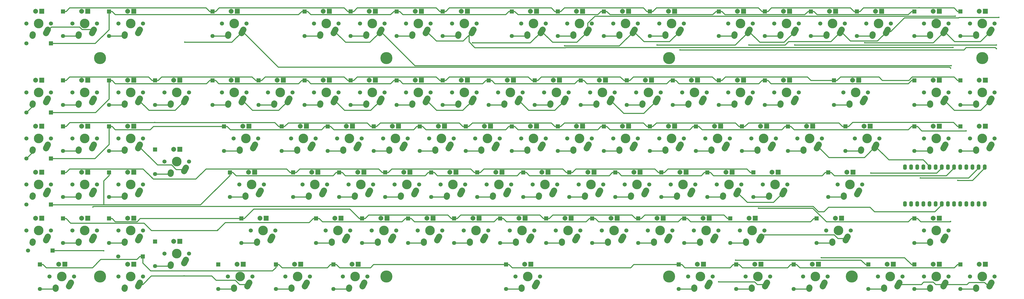
<source format=gtl>
G04 #@! TF.FileFunction,Copper,L1,Top,Signal*
%FSLAX46Y46*%
G04 Gerber Fmt 4.6, Leading zero omitted, Abs format (unit mm)*
G04 Created by KiCad (PCBNEW 4.0.2-stable) date Tuesday, June 21, 2016 'PMt' 05:11:06 PM*
%MOMM*%
G01*
G04 APERTURE LIST*
%ADD10C,0.150000*%
%ADD11C,5.000000*%
%ADD12C,1.699260*%
%ADD13R,1.699260X1.699260*%
%ADD14C,3.987810*%
%ADD15C,1.701810*%
%ADD16C,2.500000*%
%ADD17R,2.000000X2.000000*%
%ADD18C,2.000000*%
%ADD19O,1.600000X2.300000*%
%ADD20C,0.609600*%
%ADD21C,0.381000*%
G04 APERTURE END LIST*
D10*
D11*
X374650000Y-133350000D03*
X299000000Y-133350000D03*
D12*
X286277540Y-119460520D03*
D13*
X286277540Y-109300520D03*
D11*
X428625000Y-42862500D03*
X299000000Y-42862500D03*
X182000000Y-133350000D03*
X182000000Y-42862500D03*
D12*
X419627540Y-138510520D03*
D13*
X419627540Y-128350520D03*
D14*
X428625000Y-133350000D03*
D15*
X433705000Y-133350000D03*
X423545000Y-133350000D03*
D16*
X431624547Y-137349954D02*
X432435453Y-135890046D01*
X426085276Y-138429328D02*
X426124724Y-137850672D01*
D17*
X429895000Y-128270000D03*
D18*
X427355000Y-128270000D03*
D12*
X400577540Y-138510520D03*
D13*
X400577540Y-128350520D03*
D14*
X409575000Y-133350000D03*
D15*
X414655000Y-133350000D03*
X404495000Y-133350000D03*
D16*
X412574547Y-137349954D02*
X413385453Y-135890046D01*
X407035276Y-138429328D02*
X407074724Y-137850672D01*
D17*
X410845000Y-128270000D03*
D18*
X408305000Y-128270000D03*
D12*
X381527540Y-138510520D03*
D13*
X381527540Y-128350520D03*
D14*
X390525000Y-133350000D03*
D15*
X395605000Y-133350000D03*
X385445000Y-133350000D03*
D16*
X393524547Y-137349954D02*
X394335453Y-135890046D01*
X387985276Y-138429328D02*
X388024724Y-137850672D01*
D17*
X391795000Y-128270000D03*
D18*
X389255000Y-128270000D03*
D12*
X350571290Y-138510520D03*
D13*
X350571290Y-128350520D03*
D14*
X359568750Y-133350000D03*
D15*
X364648750Y-133350000D03*
X354488750Y-133350000D03*
D16*
X362568297Y-137349954D02*
X363379203Y-135890046D01*
X357029026Y-138429328D02*
X357068474Y-137850672D01*
D17*
X360838750Y-128270000D03*
D18*
X358298750Y-128270000D03*
D12*
X326758790Y-138510520D03*
D13*
X326758790Y-128350520D03*
D14*
X335756250Y-133350000D03*
D15*
X340836250Y-133350000D03*
X330676250Y-133350000D03*
D16*
X338755797Y-137349954D02*
X339566703Y-135890046D01*
X333216526Y-138429328D02*
X333255974Y-137850672D01*
D17*
X337026250Y-128270000D03*
D18*
X334486250Y-128270000D03*
D12*
X303000000Y-138510520D03*
D13*
X303000000Y-128350520D03*
D14*
X311943750Y-133350000D03*
D15*
X317023750Y-133350000D03*
X306863750Y-133350000D03*
D16*
X314943297Y-137349954D02*
X315754203Y-135890046D01*
X309404026Y-138429328D02*
X309443474Y-137850672D01*
D17*
X313213750Y-128270000D03*
D18*
X310673750Y-128270000D03*
D12*
X231508790Y-138510520D03*
D13*
X231508790Y-128350520D03*
D14*
X240506250Y-133350000D03*
D15*
X245586250Y-133350000D03*
X235426250Y-133350000D03*
D16*
X243505797Y-137349954D02*
X244316703Y-135890046D01*
X237966526Y-138429328D02*
X238005974Y-137850672D01*
D17*
X241776250Y-128270000D03*
D18*
X239236250Y-128270000D03*
D12*
X160071290Y-138510520D03*
D13*
X160071290Y-128350520D03*
D14*
X169068750Y-133350000D03*
D15*
X174148750Y-133350000D03*
X163988750Y-133350000D03*
D16*
X172068297Y-137349954D02*
X172879203Y-135890046D01*
X166529026Y-138429328D02*
X166568474Y-137850672D01*
D17*
X170338750Y-128270000D03*
D18*
X167798750Y-128270000D03*
D12*
X136258790Y-138510520D03*
D13*
X136258790Y-128350520D03*
D14*
X145256250Y-133350000D03*
D15*
X150336250Y-133350000D03*
X140176250Y-133350000D03*
D16*
X148255797Y-137349954D02*
X149066703Y-135890046D01*
X142716526Y-138429328D02*
X142755974Y-137850672D01*
D17*
X146526250Y-128270000D03*
D18*
X143986250Y-128270000D03*
D12*
X112446290Y-138510520D03*
D13*
X112446290Y-128350520D03*
D14*
X121443750Y-133350000D03*
D15*
X126523750Y-133350000D03*
X116363750Y-133350000D03*
D16*
X124443297Y-137349954D02*
X125254203Y-135890046D01*
X118904026Y-138429328D02*
X118943474Y-137850672D01*
D17*
X122713750Y-128270000D03*
D18*
X120173750Y-128270000D03*
D12*
X71000000Y-125000000D03*
D13*
X81160000Y-125000000D03*
D14*
X76200000Y-133350000D03*
D15*
X81280000Y-133350000D03*
X71120000Y-133350000D03*
D16*
X79199547Y-137349954D02*
X80010453Y-135890046D01*
X73660276Y-138429328D02*
X73699724Y-137850672D01*
D17*
X77470000Y-128270000D03*
D18*
X74930000Y-128270000D03*
D12*
X38627540Y-138510520D03*
D13*
X38627540Y-128350520D03*
D14*
X47625000Y-133350000D03*
D15*
X52705000Y-133350000D03*
X42545000Y-133350000D03*
D16*
X50624547Y-137349954D02*
X51435453Y-135890046D01*
X45085276Y-138429328D02*
X45124724Y-137850672D01*
D17*
X48895000Y-128270000D03*
D18*
X46355000Y-128270000D03*
D12*
X400577540Y-119460520D03*
D13*
X400577540Y-109300520D03*
D14*
X409575000Y-114300000D03*
D15*
X414655000Y-114300000D03*
X404495000Y-114300000D03*
D16*
X412574547Y-118299954D02*
X413385453Y-116840046D01*
X407035276Y-119379328D02*
X407074724Y-118800672D01*
D17*
X410845000Y-109220000D03*
D18*
X408305000Y-109220000D03*
D12*
X360096290Y-119460520D03*
D13*
X360096290Y-109300520D03*
D14*
X369093750Y-114300000D03*
D15*
X374173750Y-114300000D03*
X364013750Y-114300000D03*
D16*
X372093297Y-118299954D02*
X372904203Y-116840046D01*
X366554026Y-119379328D02*
X366593474Y-118800672D01*
D17*
X370363750Y-109220000D03*
D18*
X367823750Y-109220000D03*
D12*
X324377540Y-119460520D03*
D13*
X324377540Y-109300520D03*
D14*
X333375000Y-114300000D03*
D15*
X338455000Y-114300000D03*
X328295000Y-114300000D03*
D16*
X336374547Y-118299954D02*
X337185453Y-116840046D01*
X330835276Y-119379328D02*
X330874724Y-118800672D01*
D17*
X334645000Y-109220000D03*
D18*
X332105000Y-109220000D03*
D12*
X305327540Y-119460520D03*
D13*
X305327540Y-109300520D03*
D14*
X314325000Y-114300000D03*
D15*
X319405000Y-114300000D03*
X309245000Y-114300000D03*
D16*
X317324547Y-118299954D02*
X318135453Y-116840046D01*
X311785276Y-119379328D02*
X311824724Y-118800672D01*
D17*
X315595000Y-109220000D03*
D18*
X313055000Y-109220000D03*
D14*
X295275000Y-114300000D03*
D15*
X300355000Y-114300000D03*
X290195000Y-114300000D03*
D16*
X298274547Y-118299954D02*
X299085453Y-116840046D01*
X292735276Y-119379328D02*
X292774724Y-118800672D01*
D17*
X296545000Y-109220000D03*
D18*
X294005000Y-109220000D03*
D12*
X267227540Y-119460520D03*
D13*
X267227540Y-109300520D03*
D14*
X276225000Y-114300000D03*
D15*
X281305000Y-114300000D03*
X271145000Y-114300000D03*
D16*
X279224547Y-118299954D02*
X280035453Y-116840046D01*
X273685276Y-119379328D02*
X273724724Y-118800672D01*
D17*
X277495000Y-109220000D03*
D18*
X274955000Y-109220000D03*
D12*
X248177540Y-119460520D03*
D13*
X248177540Y-109300520D03*
D14*
X257175000Y-114300000D03*
D15*
X262255000Y-114300000D03*
X252095000Y-114300000D03*
D16*
X260174547Y-118299954D02*
X260985453Y-116840046D01*
X254635276Y-119379328D02*
X254674724Y-118800672D01*
D17*
X258445000Y-109220000D03*
D18*
X255905000Y-109220000D03*
D12*
X229127540Y-119460520D03*
D13*
X229127540Y-109300520D03*
D14*
X238125000Y-114300000D03*
D15*
X243205000Y-114300000D03*
X233045000Y-114300000D03*
D16*
X241124547Y-118299954D02*
X241935453Y-116840046D01*
X235585276Y-119379328D02*
X235624724Y-118800672D01*
D17*
X239395000Y-109220000D03*
D18*
X236855000Y-109220000D03*
D12*
X210077540Y-119460520D03*
D13*
X210077540Y-109300520D03*
D14*
X219075000Y-114300000D03*
D15*
X224155000Y-114300000D03*
X213995000Y-114300000D03*
D16*
X222074547Y-118299954D02*
X222885453Y-116840046D01*
X216535276Y-119379328D02*
X216574724Y-118800672D01*
D17*
X220345000Y-109220000D03*
D18*
X217805000Y-109220000D03*
D12*
X191027540Y-119460520D03*
D13*
X191027540Y-109300520D03*
D14*
X200025000Y-114300000D03*
D15*
X205105000Y-114300000D03*
X194945000Y-114300000D03*
D16*
X203024547Y-118299954D02*
X203835453Y-116840046D01*
X197485276Y-119379328D02*
X197524724Y-118800672D01*
D17*
X201295000Y-109220000D03*
D18*
X198755000Y-109220000D03*
D12*
X171977540Y-119460520D03*
D13*
X171977540Y-109300520D03*
D14*
X180975000Y-114300000D03*
D15*
X186055000Y-114300000D03*
X175895000Y-114300000D03*
D16*
X183974547Y-118299954D02*
X184785453Y-116840046D01*
X178435276Y-119379328D02*
X178474724Y-118800672D01*
D17*
X182245000Y-109220000D03*
D18*
X179705000Y-109220000D03*
D12*
X152927540Y-119460520D03*
D13*
X152927540Y-109300520D03*
D14*
X161925000Y-114300000D03*
D15*
X167005000Y-114300000D03*
X156845000Y-114300000D03*
D16*
X164924547Y-118299954D02*
X165735453Y-116840046D01*
X159385276Y-119379328D02*
X159424724Y-118800672D01*
D17*
X163195000Y-109220000D03*
D18*
X160655000Y-109220000D03*
D12*
X121971290Y-119460520D03*
D13*
X121971290Y-109300520D03*
D14*
X130968750Y-114300000D03*
D15*
X136048750Y-114300000D03*
X125888750Y-114300000D03*
D16*
X133968297Y-118299954D02*
X134779203Y-116840046D01*
X128429026Y-119379328D02*
X128468474Y-118800672D01*
D17*
X132238750Y-109220000D03*
D18*
X129698750Y-109220000D03*
D12*
X86252540Y-128985520D03*
D13*
X86252540Y-118825520D03*
D14*
X95250000Y-123825000D03*
D15*
X100330000Y-123825000D03*
X90170000Y-123825000D03*
D16*
X98249547Y-127824954D02*
X99060453Y-126365046D01*
X92710276Y-128904328D02*
X92749724Y-128325672D01*
D17*
X96520000Y-118745000D03*
D18*
X93980000Y-118745000D03*
D12*
X67202540Y-119460520D03*
D13*
X67202540Y-109300520D03*
D14*
X76200000Y-114300000D03*
D15*
X81280000Y-114300000D03*
X71120000Y-114300000D03*
D16*
X79199547Y-118299954D02*
X80010453Y-116840046D01*
X73660276Y-119379328D02*
X73699724Y-118800672D01*
D17*
X77470000Y-109220000D03*
D18*
X74930000Y-109220000D03*
D12*
X48152540Y-119460520D03*
D13*
X48152540Y-109300520D03*
D14*
X57150000Y-114300000D03*
D15*
X62230000Y-114300000D03*
X52070000Y-114300000D03*
D16*
X60149547Y-118299954D02*
X60960453Y-116840046D01*
X54610276Y-119379328D02*
X54649724Y-118800672D01*
D17*
X58420000Y-109220000D03*
D18*
X55880000Y-109220000D03*
D12*
X33655000Y-122555000D03*
D13*
X43815000Y-122555000D03*
D14*
X38100000Y-114300000D03*
D15*
X43180000Y-114300000D03*
X33020000Y-114300000D03*
D16*
X41099547Y-118299954D02*
X41910453Y-116840046D01*
X35560276Y-119379328D02*
X35599724Y-118800672D01*
D17*
X39370000Y-109220000D03*
D18*
X36830000Y-109220000D03*
D12*
X364858790Y-100410520D03*
D13*
X364858790Y-90250520D03*
D14*
X373856250Y-95250000D03*
D15*
X378936250Y-95250000D03*
X368776250Y-95250000D03*
D16*
X376855797Y-99249954D02*
X377666703Y-97790046D01*
X371316526Y-100329328D02*
X371355974Y-99750672D01*
D17*
X375126250Y-90170000D03*
D18*
X372586250Y-90170000D03*
D12*
X333902540Y-100410520D03*
D13*
X333902540Y-90250520D03*
D14*
X342900000Y-95250000D03*
D15*
X347980000Y-95250000D03*
X337820000Y-95250000D03*
D16*
X345899547Y-99249954D02*
X346710453Y-97790046D01*
X340360276Y-100329328D02*
X340399724Y-99750672D01*
D17*
X344170000Y-90170000D03*
D18*
X341630000Y-90170000D03*
D12*
X314852540Y-100410520D03*
D13*
X314852540Y-90250520D03*
D14*
X323850000Y-95250000D03*
D15*
X328930000Y-95250000D03*
X318770000Y-95250000D03*
D16*
X326849547Y-99249954D02*
X327660453Y-97790046D01*
X321310276Y-100329328D02*
X321349724Y-99750672D01*
D17*
X325120000Y-90170000D03*
D18*
X322580000Y-90170000D03*
D12*
X295802540Y-100410520D03*
D13*
X295802540Y-90250520D03*
D14*
X304800000Y-95250000D03*
D15*
X309880000Y-95250000D03*
X299720000Y-95250000D03*
D16*
X307799547Y-99249954D02*
X308610453Y-97790046D01*
X302260276Y-100329328D02*
X302299724Y-99750672D01*
D17*
X306070000Y-90170000D03*
D18*
X303530000Y-90170000D03*
D12*
X276752540Y-100410520D03*
D13*
X276752540Y-90250520D03*
D14*
X285750000Y-95250000D03*
D15*
X290830000Y-95250000D03*
X280670000Y-95250000D03*
D16*
X288749547Y-99249954D02*
X289560453Y-97790046D01*
X283210276Y-100329328D02*
X283249724Y-99750672D01*
D17*
X287020000Y-90170000D03*
D18*
X284480000Y-90170000D03*
D12*
X257702540Y-100410520D03*
D13*
X257702540Y-90250520D03*
D14*
X266700000Y-95250000D03*
D15*
X271780000Y-95250000D03*
X261620000Y-95250000D03*
D16*
X269699547Y-99249954D02*
X270510453Y-97790046D01*
X264160276Y-100329328D02*
X264199724Y-99750672D01*
D17*
X267970000Y-90170000D03*
D18*
X265430000Y-90170000D03*
D12*
X238652540Y-100410520D03*
D13*
X238652540Y-90250520D03*
D14*
X247650000Y-95250000D03*
D15*
X252730000Y-95250000D03*
X242570000Y-95250000D03*
D16*
X250649547Y-99249954D02*
X251460453Y-97790046D01*
X245110276Y-100329328D02*
X245149724Y-99750672D01*
D17*
X248920000Y-90170000D03*
D18*
X246380000Y-90170000D03*
D12*
X219602540Y-100410520D03*
D13*
X219602540Y-90250520D03*
D14*
X228600000Y-95250000D03*
D15*
X233680000Y-95250000D03*
X223520000Y-95250000D03*
D16*
X231599547Y-99249954D02*
X232410453Y-97790046D01*
X226060276Y-100329328D02*
X226099724Y-99750672D01*
D17*
X229870000Y-90170000D03*
D18*
X227330000Y-90170000D03*
D12*
X200552540Y-100410520D03*
D13*
X200552540Y-90250520D03*
D14*
X209550000Y-95250000D03*
D15*
X214630000Y-95250000D03*
X204470000Y-95250000D03*
D16*
X212549547Y-99249954D02*
X213360453Y-97790046D01*
X207010276Y-100329328D02*
X207049724Y-99750672D01*
D17*
X210820000Y-90170000D03*
D18*
X208280000Y-90170000D03*
D12*
X181502540Y-100410520D03*
D13*
X181502540Y-90250520D03*
D14*
X190500000Y-95250000D03*
D15*
X195580000Y-95250000D03*
X185420000Y-95250000D03*
D16*
X193499547Y-99249954D02*
X194310453Y-97790046D01*
X187960276Y-100329328D02*
X187999724Y-99750672D01*
D17*
X191770000Y-90170000D03*
D18*
X189230000Y-90170000D03*
D12*
X162452540Y-100410520D03*
D13*
X162452540Y-90250520D03*
D14*
X171450000Y-95250000D03*
D15*
X176530000Y-95250000D03*
X166370000Y-95250000D03*
D16*
X174449547Y-99249954D02*
X175260453Y-97790046D01*
X168910276Y-100329328D02*
X168949724Y-99750672D01*
D17*
X172720000Y-90170000D03*
D18*
X170180000Y-90170000D03*
D12*
X143402540Y-100410520D03*
D13*
X143402540Y-90250520D03*
D14*
X152400000Y-95250000D03*
D15*
X157480000Y-95250000D03*
X147320000Y-95250000D03*
D16*
X155399547Y-99249954D02*
X156210453Y-97790046D01*
X149860276Y-100329328D02*
X149899724Y-99750672D01*
D17*
X153670000Y-90170000D03*
D18*
X151130000Y-90170000D03*
D12*
X117208790Y-100410520D03*
D13*
X117208790Y-90250520D03*
D14*
X126206250Y-95250000D03*
D15*
X131286250Y-95250000D03*
X121126250Y-95250000D03*
D16*
X129205797Y-99249954D02*
X130016703Y-97790046D01*
X123666526Y-100329328D02*
X123705974Y-99750672D01*
D17*
X127476250Y-90170000D03*
D18*
X124936250Y-90170000D03*
D12*
X67202540Y-100410520D03*
D13*
X67202540Y-90250520D03*
D14*
X76200000Y-95250000D03*
D15*
X81280000Y-95250000D03*
X71120000Y-95250000D03*
D16*
X79199547Y-99249954D02*
X80010453Y-97790046D01*
X73660276Y-100329328D02*
X73699724Y-99750672D01*
D17*
X77470000Y-90170000D03*
D18*
X74930000Y-90170000D03*
D12*
X48152540Y-100410520D03*
D13*
X48152540Y-90250520D03*
D14*
X57150000Y-95250000D03*
D15*
X62230000Y-95250000D03*
X52070000Y-95250000D03*
D16*
X60149547Y-99249954D02*
X60960453Y-97790046D01*
X54610276Y-100329328D02*
X54649724Y-99750672D01*
D17*
X58420000Y-90170000D03*
D18*
X55880000Y-90170000D03*
D12*
X33020000Y-103505000D03*
D13*
X43180000Y-103505000D03*
D14*
X38100000Y-95250000D03*
D15*
X43180000Y-95250000D03*
X33020000Y-95250000D03*
D16*
X41099547Y-99249954D02*
X41910453Y-97790046D01*
X35560276Y-100329328D02*
X35599724Y-99750672D01*
D17*
X39370000Y-90170000D03*
D18*
X36830000Y-90170000D03*
D12*
X419627540Y-81360520D03*
D13*
X419627540Y-71200520D03*
D14*
X428625000Y-76200000D03*
D15*
X433705000Y-76200000D03*
X423545000Y-76200000D03*
D16*
X431624547Y-80199954D02*
X432435453Y-78740046D01*
X426085276Y-81279328D02*
X426124724Y-80700672D01*
D17*
X429895000Y-71120000D03*
D18*
X427355000Y-71120000D03*
D12*
X400577540Y-81360520D03*
D13*
X400577540Y-71200520D03*
D14*
X409575000Y-76200000D03*
D15*
X414655000Y-76200000D03*
X404495000Y-76200000D03*
D16*
X412574547Y-80199954D02*
X413385453Y-78740046D01*
X407035276Y-81279328D02*
X407074724Y-80700672D01*
D17*
X410845000Y-71120000D03*
D18*
X408305000Y-71120000D03*
D12*
X372002540Y-81360520D03*
D13*
X372002540Y-71200520D03*
D14*
X381000000Y-76200000D03*
D15*
X386080000Y-76200000D03*
X375920000Y-76200000D03*
D16*
X383999547Y-80199954D02*
X384810453Y-78740046D01*
X378460276Y-81279328D02*
X378499724Y-80700672D01*
D17*
X382270000Y-71120000D03*
D18*
X379730000Y-71120000D03*
D12*
X348190040Y-81360520D03*
D13*
X348190040Y-71200520D03*
D14*
X357187500Y-76200000D03*
D15*
X362267500Y-76200000D03*
X352107500Y-76200000D03*
D16*
X360187047Y-80199954D02*
X360997953Y-78740046D01*
X354647776Y-81279328D02*
X354687224Y-80700672D01*
D17*
X358457500Y-71120000D03*
D18*
X355917500Y-71120000D03*
D12*
X329140040Y-81360520D03*
D13*
X329140040Y-71200520D03*
D14*
X338137500Y-76200000D03*
D15*
X343217500Y-76200000D03*
X333057500Y-76200000D03*
D16*
X341137047Y-80199954D02*
X341947953Y-78740046D01*
X335597776Y-81279328D02*
X335637224Y-80700672D01*
D17*
X339407500Y-71120000D03*
D18*
X336867500Y-71120000D03*
D12*
X310090040Y-81360520D03*
D13*
X310090040Y-71200520D03*
D14*
X319087500Y-76200000D03*
D15*
X324167500Y-76200000D03*
X314007500Y-76200000D03*
D16*
X322087047Y-80199954D02*
X322897953Y-78740046D01*
X316547776Y-81279328D02*
X316587224Y-80700672D01*
D17*
X320357500Y-71120000D03*
D18*
X317817500Y-71120000D03*
D12*
X291040040Y-81360520D03*
D13*
X291040040Y-71200520D03*
D14*
X300037500Y-76200000D03*
D15*
X305117500Y-76200000D03*
X294957500Y-76200000D03*
D16*
X303037047Y-80199954D02*
X303847953Y-78740046D01*
X297497776Y-81279328D02*
X297537224Y-80700672D01*
D17*
X301307500Y-71120000D03*
D18*
X298767500Y-71120000D03*
D12*
X271990040Y-81360520D03*
D13*
X271990040Y-71200520D03*
D14*
X280987500Y-76200000D03*
D15*
X286067500Y-76200000D03*
X275907500Y-76200000D03*
D16*
X283987047Y-80199954D02*
X284797953Y-78740046D01*
X278447776Y-81279328D02*
X278487224Y-80700672D01*
D17*
X282257500Y-71120000D03*
D18*
X279717500Y-71120000D03*
D12*
X252940040Y-81360520D03*
D13*
X252940040Y-71200520D03*
D14*
X261937500Y-76200000D03*
D15*
X267017500Y-76200000D03*
X256857500Y-76200000D03*
D16*
X264937047Y-80199954D02*
X265747953Y-78740046D01*
X259397776Y-81279328D02*
X259437224Y-80700672D01*
D17*
X263207500Y-71120000D03*
D18*
X260667500Y-71120000D03*
D12*
X233890040Y-81360520D03*
D13*
X233890040Y-71200520D03*
D14*
X242887500Y-76200000D03*
D15*
X247967500Y-76200000D03*
X237807500Y-76200000D03*
D16*
X245887047Y-80199954D02*
X246697953Y-78740046D01*
X240347776Y-81279328D02*
X240387224Y-80700672D01*
D17*
X244157500Y-71120000D03*
D18*
X241617500Y-71120000D03*
D12*
X214840040Y-81360520D03*
D13*
X214840040Y-71200520D03*
D14*
X223837500Y-76200000D03*
D15*
X228917500Y-76200000D03*
X218757500Y-76200000D03*
D16*
X226837047Y-80199954D02*
X227647953Y-78740046D01*
X221297776Y-81279328D02*
X221337224Y-80700672D01*
D17*
X225107500Y-71120000D03*
D18*
X222567500Y-71120000D03*
D12*
X195790040Y-81360520D03*
D13*
X195790040Y-71200520D03*
D14*
X204787500Y-76200000D03*
D15*
X209867500Y-76200000D03*
X199707500Y-76200000D03*
D16*
X207787047Y-80199954D02*
X208597953Y-78740046D01*
X202247776Y-81279328D02*
X202287224Y-80700672D01*
D17*
X206057500Y-71120000D03*
D18*
X203517500Y-71120000D03*
D12*
X176740040Y-81360520D03*
D13*
X176740040Y-71200520D03*
D14*
X185737500Y-76200000D03*
D15*
X190817500Y-76200000D03*
X180657500Y-76200000D03*
D16*
X188737047Y-80199954D02*
X189547953Y-78740046D01*
X183197776Y-81279328D02*
X183237224Y-80700672D01*
D17*
X187007500Y-71120000D03*
D18*
X184467500Y-71120000D03*
D12*
X157690040Y-81360520D03*
D13*
X157690040Y-71200520D03*
D14*
X166687500Y-76200000D03*
D15*
X171767500Y-76200000D03*
X161607500Y-76200000D03*
D16*
X169687047Y-80199954D02*
X170497953Y-78740046D01*
X164147776Y-81279328D02*
X164187224Y-80700672D01*
D17*
X167957500Y-71120000D03*
D18*
X165417500Y-71120000D03*
D12*
X138640040Y-81360520D03*
D13*
X138640040Y-71200520D03*
D14*
X147637500Y-76200000D03*
D15*
X152717500Y-76200000D03*
X142557500Y-76200000D03*
D16*
X150637047Y-80199954D02*
X151447953Y-78740046D01*
X145097776Y-81279328D02*
X145137224Y-80700672D01*
D17*
X148907500Y-71120000D03*
D18*
X146367500Y-71120000D03*
D12*
X114827540Y-81360520D03*
D13*
X114827540Y-71200520D03*
D14*
X123825000Y-76200000D03*
D15*
X128905000Y-76200000D03*
X118745000Y-76200000D03*
D16*
X126824547Y-80199954D02*
X127635453Y-78740046D01*
X121285276Y-81279328D02*
X121324724Y-80700672D01*
D17*
X125095000Y-71120000D03*
D18*
X122555000Y-71120000D03*
D12*
X86252540Y-90885520D03*
D13*
X86252540Y-80725520D03*
D14*
X95250000Y-85725000D03*
D15*
X100330000Y-85725000D03*
X90170000Y-85725000D03*
D16*
X98249547Y-89724954D02*
X99060453Y-88265046D01*
X92710276Y-90804328D02*
X92749724Y-90225672D01*
D17*
X96520000Y-80645000D03*
D18*
X93980000Y-80645000D03*
D12*
X67202540Y-81360520D03*
D13*
X67202540Y-71200520D03*
D14*
X76200000Y-76200000D03*
D15*
X81280000Y-76200000D03*
X71120000Y-76200000D03*
D16*
X79199547Y-80199954D02*
X80010453Y-78740046D01*
X73660276Y-81279328D02*
X73699724Y-80700672D01*
D17*
X77470000Y-71120000D03*
D18*
X74930000Y-71120000D03*
D12*
X48152540Y-81360520D03*
D13*
X48152540Y-71200520D03*
D14*
X57150000Y-76200000D03*
D15*
X62230000Y-76200000D03*
X52070000Y-76200000D03*
D16*
X60149547Y-80199954D02*
X60960453Y-78740046D01*
X54610276Y-81279328D02*
X54649724Y-80700672D01*
D17*
X58420000Y-71120000D03*
D18*
X55880000Y-71120000D03*
D12*
X33020000Y-84455000D03*
D13*
X43180000Y-84455000D03*
D14*
X38100000Y-76200000D03*
D15*
X43180000Y-76200000D03*
X33020000Y-76200000D03*
D16*
X41099547Y-80199954D02*
X41910453Y-78740046D01*
X35560276Y-81279328D02*
X35599724Y-80700672D01*
D17*
X39370000Y-71120000D03*
D18*
X36830000Y-71120000D03*
D12*
X419627540Y-62310520D03*
D13*
X419627540Y-52150520D03*
D14*
X428625000Y-57150000D03*
D15*
X433705000Y-57150000D03*
X423545000Y-57150000D03*
D16*
X431624547Y-61149954D02*
X432435453Y-59690046D01*
X426085276Y-62229328D02*
X426124724Y-61650672D01*
D17*
X429895000Y-52070000D03*
D18*
X427355000Y-52070000D03*
D12*
X400577540Y-62310520D03*
D13*
X400577540Y-52150520D03*
D14*
X409575000Y-57150000D03*
D15*
X414655000Y-57150000D03*
X404495000Y-57150000D03*
D16*
X412574547Y-61149954D02*
X413385453Y-59690046D01*
X407035276Y-62229328D02*
X407074724Y-61650672D01*
D17*
X410845000Y-52070000D03*
D18*
X408305000Y-52070000D03*
D12*
X367240040Y-62310520D03*
D13*
X367240040Y-52150520D03*
D14*
X376237500Y-57150000D03*
D15*
X381317500Y-57150000D03*
X371157500Y-57150000D03*
D16*
X379237047Y-61149954D02*
X380047953Y-59690046D01*
X373697776Y-62229328D02*
X373737224Y-61650672D01*
D17*
X377507500Y-52070000D03*
D18*
X374967500Y-52070000D03*
D12*
X338665040Y-62310520D03*
D13*
X338665040Y-52150520D03*
D14*
X347662500Y-57150000D03*
D15*
X352742500Y-57150000D03*
X342582500Y-57150000D03*
D16*
X350662047Y-61149954D02*
X351472953Y-59690046D01*
X345122776Y-62229328D02*
X345162224Y-61650672D01*
D17*
X348932500Y-52070000D03*
D18*
X346392500Y-52070000D03*
D12*
X319615040Y-62310520D03*
D13*
X319615040Y-52150520D03*
D14*
X328612500Y-57150000D03*
D15*
X333692500Y-57150000D03*
X323532500Y-57150000D03*
D16*
X331612047Y-61149954D02*
X332422953Y-59690046D01*
X326072776Y-62229328D02*
X326112224Y-61650672D01*
D17*
X329882500Y-52070000D03*
D18*
X327342500Y-52070000D03*
D12*
X300565040Y-62310520D03*
D13*
X300565040Y-52150520D03*
D14*
X309562500Y-57150000D03*
D15*
X314642500Y-57150000D03*
X304482500Y-57150000D03*
D16*
X312562047Y-61149954D02*
X313372953Y-59690046D01*
X307022776Y-62229328D02*
X307062224Y-61650672D01*
D17*
X310832500Y-52070000D03*
D18*
X308292500Y-52070000D03*
D12*
X281515040Y-62310520D03*
D13*
X281515040Y-52150520D03*
D14*
X290512500Y-57150000D03*
D15*
X295592500Y-57150000D03*
X285432500Y-57150000D03*
D16*
X293512047Y-61149954D02*
X294322953Y-59690046D01*
X287972776Y-62229328D02*
X288012224Y-61650672D01*
D17*
X291782500Y-52070000D03*
D18*
X289242500Y-52070000D03*
D12*
X262465040Y-62310520D03*
D13*
X262465040Y-52150520D03*
D14*
X271462500Y-57150000D03*
D15*
X276542500Y-57150000D03*
X266382500Y-57150000D03*
D16*
X274462047Y-61149954D02*
X275272953Y-59690046D01*
X268922776Y-62229328D02*
X268962224Y-61650672D01*
D17*
X272732500Y-52070000D03*
D18*
X270192500Y-52070000D03*
D12*
X243415040Y-62310520D03*
D13*
X243415040Y-52150520D03*
D14*
X252412500Y-57150000D03*
D15*
X257492500Y-57150000D03*
X247332500Y-57150000D03*
D16*
X255412047Y-61149954D02*
X256222953Y-59690046D01*
X249872776Y-62229328D02*
X249912224Y-61650672D01*
D17*
X253682500Y-52070000D03*
D18*
X251142500Y-52070000D03*
D12*
X224365040Y-62310520D03*
D13*
X224365040Y-52150520D03*
D14*
X233362500Y-57150000D03*
D15*
X238442500Y-57150000D03*
X228282500Y-57150000D03*
D16*
X236362047Y-61149954D02*
X237172953Y-59690046D01*
X230822776Y-62229328D02*
X230862224Y-61650672D01*
D17*
X234632500Y-52070000D03*
D18*
X232092500Y-52070000D03*
D12*
X205315040Y-62310520D03*
D13*
X205315040Y-52150520D03*
D14*
X214312500Y-57150000D03*
D15*
X219392500Y-57150000D03*
X209232500Y-57150000D03*
D16*
X217312047Y-61149954D02*
X218122953Y-59690046D01*
X211772776Y-62229328D02*
X211812224Y-61650672D01*
D17*
X215582500Y-52070000D03*
D18*
X213042500Y-52070000D03*
D12*
X186265040Y-62310520D03*
D13*
X186265040Y-52150520D03*
D14*
X195262500Y-57150000D03*
D15*
X200342500Y-57150000D03*
X190182500Y-57150000D03*
D16*
X198262047Y-61149954D02*
X199072953Y-59690046D01*
X192722776Y-62229328D02*
X192762224Y-61650672D01*
D17*
X196532500Y-52070000D03*
D18*
X193992500Y-52070000D03*
D12*
X167215040Y-62310520D03*
D13*
X167215040Y-52150520D03*
D14*
X176212500Y-57150000D03*
D15*
X181292500Y-57150000D03*
X171132500Y-57150000D03*
D16*
X179212047Y-61149954D02*
X180022953Y-59690046D01*
X173672776Y-62229328D02*
X173712224Y-61650672D01*
D17*
X177482500Y-52070000D03*
D18*
X174942500Y-52070000D03*
D12*
X148165040Y-62310520D03*
D13*
X148165040Y-52150520D03*
D14*
X157162500Y-57150000D03*
D15*
X162242500Y-57150000D03*
X152082500Y-57150000D03*
D16*
X160162047Y-61149954D02*
X160972953Y-59690046D01*
X154622776Y-62229328D02*
X154662224Y-61650672D01*
D17*
X158432500Y-52070000D03*
D18*
X155892500Y-52070000D03*
D12*
X129115040Y-62310520D03*
D13*
X129115040Y-52150520D03*
D14*
X138112500Y-57150000D03*
D15*
X143192500Y-57150000D03*
X133032500Y-57150000D03*
D16*
X141112047Y-61149954D02*
X141922953Y-59690046D01*
X135572776Y-62229328D02*
X135612224Y-61650672D01*
D17*
X139382500Y-52070000D03*
D18*
X136842500Y-52070000D03*
D12*
X110065040Y-62310520D03*
D13*
X110065040Y-52150520D03*
D14*
X119062500Y-57150000D03*
D15*
X124142500Y-57150000D03*
X113982500Y-57150000D03*
D16*
X122062047Y-61149954D02*
X122872953Y-59690046D01*
X116522776Y-62229328D02*
X116562224Y-61650672D01*
D17*
X120332500Y-52070000D03*
D18*
X117792500Y-52070000D03*
D12*
X86252540Y-62310520D03*
D13*
X86252540Y-52150520D03*
D14*
X95250000Y-57150000D03*
D15*
X100330000Y-57150000D03*
X90170000Y-57150000D03*
D16*
X98249547Y-61149954D02*
X99060453Y-59690046D01*
X92710276Y-62229328D02*
X92749724Y-61650672D01*
D17*
X96520000Y-52070000D03*
D18*
X93980000Y-52070000D03*
D12*
X67202540Y-62310520D03*
D13*
X67202540Y-52150520D03*
D14*
X76200000Y-57150000D03*
D15*
X81280000Y-57150000D03*
X71120000Y-57150000D03*
D16*
X79199547Y-61149954D02*
X80010453Y-59690046D01*
X73660276Y-62229328D02*
X73699724Y-61650672D01*
D17*
X77470000Y-52070000D03*
D18*
X74930000Y-52070000D03*
D12*
X48152540Y-62310520D03*
D13*
X48152540Y-52150520D03*
D14*
X57150000Y-57150000D03*
D15*
X62230000Y-57150000D03*
X52070000Y-57150000D03*
D16*
X60149547Y-61149954D02*
X60960453Y-59690046D01*
X54610276Y-62229328D02*
X54649724Y-61650672D01*
D17*
X58420000Y-52070000D03*
D18*
X55880000Y-52070000D03*
D12*
X33020000Y-65405000D03*
D13*
X43180000Y-65405000D03*
D14*
X38100000Y-57150000D03*
D15*
X43180000Y-57150000D03*
X33020000Y-57150000D03*
D16*
X41099547Y-61149954D02*
X41910453Y-59690046D01*
X35560276Y-62229328D02*
X35599724Y-61650672D01*
D17*
X39370000Y-52070000D03*
D18*
X36830000Y-52070000D03*
D12*
X419627540Y-33735520D03*
D13*
X419627540Y-23575520D03*
D14*
X428625000Y-28575000D03*
D15*
X433705000Y-28575000D03*
X423545000Y-28575000D03*
D16*
X431624547Y-32574954D02*
X432435453Y-31115046D01*
X426085276Y-33654328D02*
X426124724Y-33075672D01*
D17*
X429895000Y-23495000D03*
D18*
X427355000Y-23495000D03*
D12*
X400577540Y-33735520D03*
D13*
X400577540Y-23575520D03*
D14*
X409575000Y-28575000D03*
D15*
X414655000Y-28575000D03*
X404495000Y-28575000D03*
D16*
X412574547Y-32574954D02*
X413385453Y-31115046D01*
X407035276Y-33654328D02*
X407074724Y-33075672D01*
D17*
X410845000Y-23495000D03*
D18*
X408305000Y-23495000D03*
D12*
X376765040Y-33735520D03*
D13*
X376765040Y-23575520D03*
D14*
X385762500Y-28575000D03*
D15*
X390842500Y-28575000D03*
X380682500Y-28575000D03*
D16*
X388762047Y-32574954D02*
X389572953Y-31115046D01*
X383222776Y-33654328D02*
X383262224Y-33075672D01*
D17*
X387032500Y-23495000D03*
D18*
X384492500Y-23495000D03*
D12*
X357715040Y-33735520D03*
D13*
X357715040Y-23575520D03*
D14*
X366712500Y-28575000D03*
D15*
X371792500Y-28575000D03*
X361632500Y-28575000D03*
D16*
X369712047Y-32574954D02*
X370522953Y-31115046D01*
X364172776Y-33654328D02*
X364212224Y-33075672D01*
D17*
X367982500Y-23495000D03*
D18*
X365442500Y-23495000D03*
D12*
X338665040Y-33735520D03*
D13*
X338665040Y-23575520D03*
D14*
X347662500Y-28575000D03*
D15*
X352742500Y-28575000D03*
X342582500Y-28575000D03*
D16*
X350662047Y-32574954D02*
X351472953Y-31115046D01*
X345122776Y-33654328D02*
X345162224Y-33075672D01*
D17*
X348932500Y-23495000D03*
D18*
X346392500Y-23495000D03*
D12*
X319615040Y-33735520D03*
D13*
X319615040Y-23575520D03*
D14*
X328612500Y-28575000D03*
D15*
X333692500Y-28575000D03*
X323532500Y-28575000D03*
D16*
X331612047Y-32574954D02*
X332422953Y-31115046D01*
X326072776Y-33654328D02*
X326112224Y-33075672D01*
D17*
X329882500Y-23495000D03*
D18*
X327342500Y-23495000D03*
D12*
X291040040Y-33735520D03*
D13*
X291040040Y-23575520D03*
D14*
X300037500Y-28575000D03*
D15*
X305117500Y-28575000D03*
X294957500Y-28575000D03*
D16*
X303037047Y-32574954D02*
X303847953Y-31115046D01*
X297497776Y-33654328D02*
X297537224Y-33075672D01*
D17*
X301307500Y-23495000D03*
D18*
X298767500Y-23495000D03*
D12*
X271990040Y-33735520D03*
D13*
X271990040Y-23575520D03*
D14*
X280987500Y-28575000D03*
D15*
X286067500Y-28575000D03*
X275907500Y-28575000D03*
D16*
X283987047Y-32574954D02*
X284797953Y-31115046D01*
X278447776Y-33654328D02*
X278487224Y-33075672D01*
D17*
X282257500Y-23495000D03*
D18*
X279717500Y-23495000D03*
D12*
X252940040Y-33735520D03*
D13*
X252940040Y-23575520D03*
D14*
X261937500Y-28575000D03*
D15*
X267017500Y-28575000D03*
X256857500Y-28575000D03*
D16*
X264937047Y-32574954D02*
X265747953Y-31115046D01*
X259397776Y-33654328D02*
X259437224Y-33075672D01*
D17*
X263207500Y-23495000D03*
D18*
X260667500Y-23495000D03*
D12*
X233890040Y-33735520D03*
D13*
X233890040Y-23575520D03*
D14*
X242887500Y-28575000D03*
D15*
X247967500Y-28575000D03*
X237807500Y-28575000D03*
D16*
X245887047Y-32574954D02*
X246697953Y-31115046D01*
X240347776Y-33654328D02*
X240387224Y-33075672D01*
D17*
X244157500Y-23495000D03*
D18*
X241617500Y-23495000D03*
D12*
X205315040Y-33735520D03*
D13*
X205315040Y-23575520D03*
D14*
X214312500Y-28575000D03*
D15*
X219392500Y-28575000D03*
X209232500Y-28575000D03*
D16*
X217312047Y-32574954D02*
X218122953Y-31115046D01*
X211772776Y-33654328D02*
X211812224Y-33075672D01*
D17*
X215582500Y-23495000D03*
D18*
X213042500Y-23495000D03*
D12*
X186265040Y-33735520D03*
D13*
X186265040Y-23575520D03*
D14*
X195262500Y-28575000D03*
D15*
X200342500Y-28575000D03*
X190182500Y-28575000D03*
D16*
X198262047Y-32574954D02*
X199072953Y-31115046D01*
X192722776Y-33654328D02*
X192762224Y-33075672D01*
D17*
X196532500Y-23495000D03*
D18*
X193992500Y-23495000D03*
D12*
X167215040Y-33735520D03*
D13*
X167215040Y-23575520D03*
D14*
X176212500Y-28575000D03*
D15*
X181292500Y-28575000D03*
X171132500Y-28575000D03*
D16*
X179212047Y-32574954D02*
X180022953Y-31115046D01*
X173672776Y-33654328D02*
X173712224Y-33075672D01*
D17*
X177482500Y-23495000D03*
D18*
X174942500Y-23495000D03*
D12*
X148165040Y-33735520D03*
D13*
X148165040Y-23575520D03*
D14*
X157162500Y-28575000D03*
D15*
X162242500Y-28575000D03*
X152082500Y-28575000D03*
D16*
X160162047Y-32574954D02*
X160972953Y-31115046D01*
X154622776Y-33654328D02*
X154662224Y-33075672D01*
D17*
X158432500Y-23495000D03*
D18*
X155892500Y-23495000D03*
D12*
X110065040Y-33735520D03*
D13*
X110065040Y-23575520D03*
D14*
X119062500Y-28575000D03*
D15*
X124142500Y-28575000D03*
X113982500Y-28575000D03*
D16*
X122062047Y-32574954D02*
X122872953Y-31115046D01*
X116522776Y-33654328D02*
X116562224Y-33075672D01*
D17*
X120332500Y-23495000D03*
D18*
X117792500Y-23495000D03*
D12*
X67202540Y-33735520D03*
D13*
X67202540Y-23575520D03*
D14*
X76200000Y-28575000D03*
D15*
X81280000Y-28575000D03*
X71120000Y-28575000D03*
D16*
X79199547Y-32574954D02*
X80010453Y-31115046D01*
X73660276Y-33654328D02*
X73699724Y-33075672D01*
D17*
X77470000Y-23495000D03*
D18*
X74930000Y-23495000D03*
D12*
X48152540Y-33735520D03*
D13*
X48152540Y-23575520D03*
D14*
X57150000Y-28575000D03*
D15*
X62230000Y-28575000D03*
X52070000Y-28575000D03*
D16*
X60149547Y-32574954D02*
X60960453Y-31115046D01*
X54610276Y-33654328D02*
X54649724Y-33075672D01*
D17*
X58420000Y-23495000D03*
D18*
X55880000Y-23495000D03*
D12*
X33020000Y-36830000D03*
D13*
X43180000Y-36830000D03*
D14*
X38100000Y-28575000D03*
D15*
X43180000Y-28575000D03*
X33020000Y-28575000D03*
D16*
X41099547Y-32574954D02*
X41910453Y-31115046D01*
X35560276Y-33654328D02*
X35599724Y-33075672D01*
D17*
X39370000Y-23495000D03*
D18*
X36830000Y-23495000D03*
D19*
X396680000Y-88000000D03*
X399220000Y-88000000D03*
X401760000Y-88000000D03*
X404300000Y-88000000D03*
X406840000Y-88000000D03*
X409380000Y-88000000D03*
X411920000Y-88000000D03*
X414460000Y-88000000D03*
X417000000Y-88000000D03*
X419540000Y-88000000D03*
X422080000Y-88000000D03*
X424620000Y-88000000D03*
X427160000Y-88000000D03*
X429700000Y-88000000D03*
X429700000Y-103240000D03*
X427160000Y-103240000D03*
X424620000Y-103240000D03*
X422080000Y-103240000D03*
X419540000Y-103240000D03*
X417000000Y-103240000D03*
X414460000Y-103240000D03*
X411920000Y-103240000D03*
X409380000Y-103240000D03*
X406840000Y-103240000D03*
X404300000Y-103240000D03*
X401760000Y-103240000D03*
X399220000Y-103240000D03*
X396680000Y-103240000D03*
D11*
X63500000Y-133350000D03*
X63500000Y-42862500D03*
D20*
X86106000Y-69596000D03*
X402500000Y-22101299D03*
X422000000Y-73000000D03*
X60555000Y-104500000D03*
X415801500Y-46000000D03*
X434500000Y-37500000D03*
X351000000Y-37500000D03*
X294000000Y-37500000D03*
X319500000Y-135500000D03*
X380000000Y-36500000D03*
X434500000Y-39000000D03*
X303500000Y-39500000D03*
X255778000Y-37846000D03*
X417500000Y-25500000D03*
X217678000Y-36576000D03*
X435500000Y-26000000D03*
X332000000Y-37500000D03*
X416500000Y-38500000D03*
X415500000Y-47000000D03*
X98298000Y-133096000D03*
X98552000Y-36322000D03*
X415500000Y-110500000D03*
X336000000Y-105000000D03*
X84948845Y-92445144D03*
X382500000Y-90500000D03*
X326500000Y-126500000D03*
X65024000Y-122682000D03*
X403000000Y-92500000D03*
X362000000Y-125500000D03*
X112268000Y-114046000D03*
X418500000Y-93500000D03*
D21*
X357715040Y-23575520D02*
X358945670Y-23575520D01*
X358945670Y-23575520D02*
X360258851Y-24888701D01*
X360258851Y-24888701D02*
X398033729Y-24888701D01*
X398033729Y-24888701D02*
X399346910Y-23575520D01*
X399346910Y-23575520D02*
X400577540Y-23575520D01*
X319615040Y-23575520D02*
X320845670Y-23575520D01*
X320845670Y-23575520D02*
X322158851Y-24888701D01*
X322158851Y-24888701D02*
X355171229Y-24888701D01*
X355171229Y-24888701D02*
X356484410Y-23575520D01*
X356484410Y-23575520D02*
X357715040Y-23575520D01*
X271990040Y-23575520D02*
X273220670Y-23575520D01*
X273220670Y-23575520D02*
X274533851Y-24888701D01*
X274533851Y-24888701D02*
X317071229Y-24888701D01*
X317071229Y-24888701D02*
X318384410Y-23575520D01*
X318384410Y-23575520D02*
X319615040Y-23575520D01*
X233890040Y-23575520D02*
X235120670Y-23575520D01*
X269446229Y-24888701D02*
X270759410Y-23575520D01*
X235120670Y-23575520D02*
X236433851Y-24888701D01*
X236433851Y-24888701D02*
X269446229Y-24888701D01*
X270759410Y-23575520D02*
X271990040Y-23575520D01*
X186265040Y-23575520D02*
X187495670Y-23575520D01*
X187495670Y-23575520D02*
X188808851Y-24888701D01*
X188808851Y-24888701D02*
X231346229Y-24888701D01*
X231346229Y-24888701D02*
X232659410Y-23575520D01*
X232659410Y-23575520D02*
X233890040Y-23575520D01*
X148165040Y-23575520D02*
X149395670Y-23575520D01*
X150708851Y-24888701D02*
X165357299Y-24888701D01*
X149395670Y-23575520D02*
X150708851Y-24888701D01*
X165357299Y-24888701D02*
X165427149Y-24818851D01*
X165427149Y-24818851D02*
X174237650Y-24818851D01*
X174237650Y-24818851D02*
X174307500Y-24888701D01*
X174307500Y-24888701D02*
X183721229Y-24888701D01*
X183721229Y-24888701D02*
X185034410Y-23575520D01*
X185034410Y-23575520D02*
X186265040Y-23575520D01*
X67202540Y-23575520D02*
X68433170Y-23575520D01*
X68433170Y-23575520D02*
X69746351Y-24888701D01*
X69746351Y-24888701D02*
X145621229Y-24888701D01*
X145621229Y-24888701D02*
X146934410Y-23575520D01*
X146934410Y-23575520D02*
X148165040Y-23575520D01*
X61468000Y-36830000D02*
X67202540Y-31095460D01*
X67202540Y-31095460D02*
X67202540Y-23575520D01*
X43180000Y-36830000D02*
X61468000Y-36830000D01*
X48152540Y-33735520D02*
X54259480Y-33735520D01*
X54259480Y-33735520D02*
X54630000Y-33365000D01*
X67202540Y-33735520D02*
X73309480Y-33735520D01*
X73309480Y-33735520D02*
X73680000Y-33365000D01*
X110065040Y-33735520D02*
X116171980Y-33735520D01*
X116171980Y-33735520D02*
X116542500Y-33365000D01*
X148165040Y-33735520D02*
X154271980Y-33735520D01*
X154271980Y-33735520D02*
X154642500Y-33365000D01*
X167215040Y-33735520D02*
X173321980Y-33735520D01*
X173321980Y-33735520D02*
X173692500Y-33365000D01*
X186265040Y-33735520D02*
X192371980Y-33735520D01*
X192371980Y-33735520D02*
X192742500Y-33365000D01*
X205315040Y-33735520D02*
X211421980Y-33735520D01*
X211421980Y-33735520D02*
X211792500Y-33365000D01*
X233890040Y-33735520D02*
X239996980Y-33735520D01*
X239996980Y-33735520D02*
X240367500Y-33365000D01*
X252940040Y-33735520D02*
X259046980Y-33735520D01*
X259046980Y-33735520D02*
X259417500Y-33365000D01*
X271990040Y-33735520D02*
X278096980Y-33735520D01*
X278096980Y-33735520D02*
X278467500Y-33365000D01*
X291040040Y-33735520D02*
X297146980Y-33735520D01*
X297146980Y-33735520D02*
X297517500Y-33365000D01*
X319615040Y-33735520D02*
X325721980Y-33735520D01*
X325721980Y-33735520D02*
X326092500Y-33365000D01*
X338665040Y-33735520D02*
X344771980Y-33735520D01*
X344771980Y-33735520D02*
X345142500Y-33365000D01*
X357715040Y-33735520D02*
X363821980Y-33735520D01*
X363821980Y-33735520D02*
X364192500Y-33365000D01*
X376765040Y-33735520D02*
X382871980Y-33735520D01*
X382871980Y-33735520D02*
X383242500Y-33365000D01*
X400577540Y-33735520D02*
X406684480Y-33735520D01*
X406684480Y-33735520D02*
X407055000Y-33365000D01*
X329140040Y-71200520D02*
X330370670Y-71200520D01*
X330370670Y-71200520D02*
X331844891Y-69726299D01*
X331844891Y-69726299D02*
X369297689Y-69726299D01*
X369297689Y-69726299D02*
X370771910Y-71200520D01*
X370771910Y-71200520D02*
X372002540Y-71200520D01*
X419627540Y-71200520D02*
X418396910Y-71200520D01*
X418396910Y-71200520D02*
X416696390Y-69500000D01*
X416696390Y-69500000D02*
X374933690Y-69500000D01*
X374933690Y-69500000D02*
X373233170Y-71200520D01*
X373233170Y-71200520D02*
X372002540Y-71200520D01*
X291040040Y-71200520D02*
X292270670Y-71200520D01*
X292270670Y-71200520D02*
X293744891Y-69726299D01*
X293744891Y-69726299D02*
X326435189Y-69726299D01*
X326435189Y-69726299D02*
X327909410Y-71200520D01*
X327909410Y-71200520D02*
X329140040Y-71200520D01*
X252940040Y-71200520D02*
X254170670Y-71200520D01*
X254170670Y-71200520D02*
X255644891Y-69726299D01*
X255644891Y-69726299D02*
X288335189Y-69726299D01*
X289809410Y-71200520D02*
X291040040Y-71200520D01*
X288335189Y-69726299D02*
X289809410Y-71200520D01*
X214840040Y-71200520D02*
X216070670Y-71200520D01*
X250235189Y-69726299D02*
X251709410Y-71200520D01*
X216070670Y-71200520D02*
X217544891Y-69726299D01*
X217544891Y-69726299D02*
X250235189Y-69726299D01*
X251709410Y-71200520D02*
X252940040Y-71200520D01*
X176740040Y-71200520D02*
X177970670Y-71200520D01*
X177970670Y-71200520D02*
X179444891Y-69726299D01*
X179444891Y-69726299D02*
X212135189Y-69726299D01*
X212135189Y-69726299D02*
X213609410Y-71200520D01*
X213609410Y-71200520D02*
X214840040Y-71200520D01*
X138640040Y-71200520D02*
X139870670Y-71200520D01*
X139870670Y-71200520D02*
X141344891Y-69726299D01*
X141344891Y-69726299D02*
X174035189Y-69726299D01*
X174035189Y-69726299D02*
X175509410Y-71200520D01*
X175509410Y-71200520D02*
X176740040Y-71200520D01*
X50987690Y-69596000D02*
X86106000Y-69596000D01*
X86106000Y-69596000D02*
X135804890Y-69596000D01*
X135804890Y-69596000D02*
X137409410Y-71200520D01*
X137409410Y-71200520D02*
X138640040Y-71200520D01*
X48152540Y-71200520D02*
X49383170Y-71200520D01*
X49383170Y-71200520D02*
X50987690Y-69596000D01*
X419627540Y-33735520D02*
X425734480Y-33735520D01*
X425734480Y-33735520D02*
X426105000Y-33365000D01*
X33020000Y-65405000D02*
X35580000Y-62845000D01*
X35580000Y-62845000D02*
X35580000Y-61940000D01*
X379469891Y-22101299D02*
X402500000Y-22101299D01*
X402500000Y-22101299D02*
X416922689Y-22101299D01*
X376765040Y-23575520D02*
X377995670Y-23575520D01*
X377995670Y-23575520D02*
X379469891Y-22101299D01*
X418396910Y-23575520D02*
X419627540Y-23575520D01*
X416922689Y-22101299D02*
X418396910Y-23575520D01*
X338665040Y-23575520D02*
X339895670Y-23575520D01*
X374060189Y-22101299D02*
X375534410Y-23575520D01*
X339895670Y-23575520D02*
X341369891Y-22101299D01*
X341369891Y-22101299D02*
X374060189Y-22101299D01*
X375534410Y-23575520D02*
X376765040Y-23575520D01*
X291040040Y-23575520D02*
X292270670Y-23575520D01*
X292270670Y-23575520D02*
X293744891Y-22101299D01*
X293744891Y-22101299D02*
X335960189Y-22101299D01*
X335960189Y-22101299D02*
X337434410Y-23575520D01*
X337434410Y-23575520D02*
X338665040Y-23575520D01*
X252940040Y-23575520D02*
X254170670Y-23575520D01*
X254170670Y-23575520D02*
X255644891Y-22101299D01*
X255644891Y-22101299D02*
X288335189Y-22101299D01*
X288335189Y-22101299D02*
X289809410Y-23575520D01*
X289809410Y-23575520D02*
X291040040Y-23575520D01*
X205315040Y-23575520D02*
X206545670Y-23575520D01*
X206545670Y-23575520D02*
X208019891Y-22101299D01*
X208019891Y-22101299D02*
X250235189Y-22101299D01*
X250235189Y-22101299D02*
X251709410Y-23575520D01*
X251709410Y-23575520D02*
X252940040Y-23575520D01*
X167215040Y-23575520D02*
X168445670Y-23575520D01*
X168445670Y-23575520D02*
X169919891Y-22101299D01*
X204084410Y-23575520D02*
X205315040Y-23575520D01*
X169919891Y-22101299D02*
X202610189Y-22101299D01*
X202610189Y-22101299D02*
X204084410Y-23575520D01*
X110065040Y-23575520D02*
X111295670Y-23575520D01*
X111295670Y-23575520D02*
X112769891Y-22101299D01*
X112769891Y-22101299D02*
X164510189Y-22101299D01*
X164510189Y-22101299D02*
X165984410Y-23575520D01*
X165984410Y-23575520D02*
X167215040Y-23575520D01*
X48152540Y-23575520D02*
X49383170Y-23575520D01*
X49383170Y-23575520D02*
X50857391Y-22101299D01*
X50857391Y-22101299D02*
X107360189Y-22101299D01*
X107360189Y-22101299D02*
X108834410Y-23575520D01*
X108834410Y-23575520D02*
X110065040Y-23575520D01*
X48152540Y-62310520D02*
X54259480Y-62310520D01*
X54259480Y-62310520D02*
X54630000Y-61940000D01*
X67202540Y-62310520D02*
X73309480Y-62310520D01*
X73309480Y-62310520D02*
X73680000Y-61940000D01*
X86252540Y-62310520D02*
X92359480Y-62310520D01*
X92359480Y-62310520D02*
X92730000Y-61940000D01*
X110065040Y-62310520D02*
X116171980Y-62310520D01*
X116171980Y-62310520D02*
X116542500Y-61940000D01*
X129115040Y-62310520D02*
X135221980Y-62310520D01*
X135221980Y-62310520D02*
X135592500Y-61940000D01*
X148165040Y-62310520D02*
X154271980Y-62310520D01*
X154271980Y-62310520D02*
X154642500Y-61940000D01*
X167215040Y-62310520D02*
X173321980Y-62310520D01*
X173321980Y-62310520D02*
X173692500Y-61940000D01*
X186265040Y-62310520D02*
X192371980Y-62310520D01*
X192371980Y-62310520D02*
X192742500Y-61940000D01*
X205315040Y-62310520D02*
X211421980Y-62310520D01*
X211421980Y-62310520D02*
X211792500Y-61940000D01*
X224365040Y-62310520D02*
X230471980Y-62310520D01*
X230471980Y-62310520D02*
X230842500Y-61940000D01*
X243415040Y-62310520D02*
X249521980Y-62310520D01*
X249521980Y-62310520D02*
X249892500Y-61940000D01*
X262465040Y-62310520D02*
X268571980Y-62310520D01*
X268571980Y-62310520D02*
X268942500Y-61940000D01*
X281515040Y-62310520D02*
X287621980Y-62310520D01*
X287621980Y-62310520D02*
X287992500Y-61940000D01*
X300565040Y-62310520D02*
X306671980Y-62310520D01*
X306671980Y-62310520D02*
X307042500Y-61940000D01*
X319615040Y-62310520D02*
X325721980Y-62310520D01*
X325721980Y-62310520D02*
X326092500Y-61940000D01*
X338665040Y-62310520D02*
X344771980Y-62310520D01*
X344771980Y-62310520D02*
X345142500Y-61940000D01*
X367240040Y-62310520D02*
X373346980Y-62310520D01*
X373346980Y-62310520D02*
X373717500Y-61940000D01*
X400577540Y-62310520D02*
X406684480Y-62310520D01*
X406684480Y-62310520D02*
X407055000Y-61940000D01*
X419627540Y-62310520D02*
X425734480Y-62310520D01*
X425734480Y-62310520D02*
X426105000Y-61940000D01*
X33020000Y-84455000D02*
X35580000Y-81895000D01*
X35580000Y-81895000D02*
X35580000Y-80990000D01*
X400577540Y-52150520D02*
X399346910Y-52150520D01*
X399346910Y-52150520D02*
X398033729Y-53463701D01*
X398033729Y-53463701D02*
X341208851Y-53463701D01*
X341208851Y-53463701D02*
X339895670Y-52150520D01*
X339895670Y-52150520D02*
X338665040Y-52150520D01*
X300565040Y-52150520D02*
X301795670Y-52150520D01*
X301795670Y-52150520D02*
X303108851Y-53463701D01*
X303108851Y-53463701D02*
X336121229Y-53463701D01*
X336121229Y-53463701D02*
X337434410Y-52150520D01*
X337434410Y-52150520D02*
X338665040Y-52150520D01*
X262465040Y-52150520D02*
X263695670Y-52150520D01*
X263695670Y-52150520D02*
X265008851Y-53463701D01*
X265008851Y-53463701D02*
X298021229Y-53463701D01*
X298021229Y-53463701D02*
X299334410Y-52150520D01*
X299334410Y-52150520D02*
X300565040Y-52150520D01*
X224365040Y-52150520D02*
X225595670Y-52150520D01*
X225595670Y-52150520D02*
X226908851Y-53463701D01*
X226908851Y-53463701D02*
X259921229Y-53463701D01*
X259921229Y-53463701D02*
X261234410Y-52150520D01*
X261234410Y-52150520D02*
X262465040Y-52150520D01*
X186265040Y-52150520D02*
X187495670Y-52150520D01*
X187495670Y-52150520D02*
X188808851Y-53463701D01*
X188808851Y-53463701D02*
X221821229Y-53463701D01*
X221821229Y-53463701D02*
X223134410Y-52150520D01*
X223134410Y-52150520D02*
X224365040Y-52150520D01*
X61595000Y-65405000D02*
X67202540Y-59797460D01*
X67202540Y-59797460D02*
X67202540Y-52150520D01*
X43180000Y-65405000D02*
X61595000Y-65405000D01*
X148165040Y-52150520D02*
X149395670Y-52150520D01*
X149395670Y-52150520D02*
X150708851Y-53463701D01*
X150708851Y-53463701D02*
X183721229Y-53463701D01*
X183721229Y-53463701D02*
X185034410Y-52150520D01*
X185034410Y-52150520D02*
X186265040Y-52150520D01*
X110065040Y-52150520D02*
X111295670Y-52150520D01*
X111295670Y-52150520D02*
X112608851Y-53463701D01*
X112608851Y-53463701D02*
X145621229Y-53463701D01*
X145621229Y-53463701D02*
X146934410Y-52150520D01*
X146934410Y-52150520D02*
X148165040Y-52150520D01*
X67202540Y-52150520D02*
X68433170Y-52150520D01*
X68433170Y-52150520D02*
X69746351Y-53463701D01*
X69746351Y-53463701D02*
X107521229Y-53463701D01*
X107521229Y-53463701D02*
X108834410Y-52150520D01*
X108834410Y-52150520D02*
X110065040Y-52150520D01*
X48152540Y-81360520D02*
X54259480Y-81360520D01*
X54259480Y-81360520D02*
X54630000Y-80990000D01*
X67202540Y-81360520D02*
X73309480Y-81360520D01*
X73309480Y-81360520D02*
X73680000Y-80990000D01*
X67573060Y-80990000D02*
X67202540Y-81360520D01*
X86252540Y-90885520D02*
X92359480Y-90885520D01*
X92359480Y-90885520D02*
X92730000Y-90515000D01*
X114827540Y-81360520D02*
X120934480Y-81360520D01*
X120934480Y-81360520D02*
X121305000Y-80990000D01*
X138640040Y-81360520D02*
X144746980Y-81360520D01*
X144746980Y-81360520D02*
X145117500Y-80990000D01*
X157690040Y-81360520D02*
X163796980Y-81360520D01*
X163796980Y-81360520D02*
X164167500Y-80990000D01*
X176740040Y-81360520D02*
X182846980Y-81360520D01*
X182846980Y-81360520D02*
X183217500Y-80990000D01*
X195790040Y-81360520D02*
X201896980Y-81360520D01*
X201896980Y-81360520D02*
X202267500Y-80990000D01*
X214840040Y-81360520D02*
X220946980Y-81360520D01*
X220946980Y-81360520D02*
X221317500Y-80990000D01*
X233890040Y-81360520D02*
X239996980Y-81360520D01*
X239996980Y-81360520D02*
X240367500Y-80990000D01*
X252940040Y-81360520D02*
X259046980Y-81360520D01*
X259046980Y-81360520D02*
X259417500Y-80990000D01*
X271990040Y-81360520D02*
X278096980Y-81360520D01*
X278096980Y-81360520D02*
X278467500Y-80990000D01*
X291040040Y-81360520D02*
X297146980Y-81360520D01*
X297146980Y-81360520D02*
X297517500Y-80990000D01*
X310090040Y-81360520D02*
X316196980Y-81360520D01*
X316196980Y-81360520D02*
X316567500Y-80990000D01*
X329140040Y-81360520D02*
X335246980Y-81360520D01*
X335246980Y-81360520D02*
X335617500Y-80990000D01*
X348190040Y-81360520D02*
X354296980Y-81360520D01*
X354296980Y-81360520D02*
X354667500Y-80990000D01*
X372002540Y-81360520D02*
X378109480Y-81360520D01*
X378109480Y-81360520D02*
X378480000Y-80990000D01*
X400577540Y-81360520D02*
X406684480Y-81360520D01*
X406684480Y-81360520D02*
X407055000Y-80990000D01*
X367240040Y-52150520D02*
X368470670Y-52150520D01*
X368470670Y-52150520D02*
X369944891Y-50676299D01*
X369944891Y-50676299D02*
X385848601Y-50676299D01*
X385848601Y-50676299D02*
X387255003Y-52082701D01*
X387255003Y-52082701D02*
X398237437Y-52082701D01*
X398237437Y-52082701D02*
X399643839Y-50676299D01*
X399643839Y-50676299D02*
X416922689Y-50676299D01*
X418396910Y-52150520D02*
X419627540Y-52150520D01*
X416922689Y-50676299D02*
X418396910Y-52150520D01*
X356238299Y-50676299D02*
X357712520Y-52150520D01*
X357712520Y-52150520D02*
X367240040Y-52150520D01*
X319615040Y-52150520D02*
X320845670Y-52150520D01*
X320845670Y-52150520D02*
X322319891Y-50676299D01*
X322319891Y-50676299D02*
X356238299Y-50676299D01*
X281515040Y-52150520D02*
X282745670Y-52150520D01*
X282745670Y-52150520D02*
X284219891Y-50676299D01*
X284219891Y-50676299D02*
X316910189Y-50676299D01*
X316910189Y-50676299D02*
X318384410Y-52150520D01*
X318384410Y-52150520D02*
X319615040Y-52150520D01*
X243415040Y-52150520D02*
X244645670Y-52150520D01*
X278810189Y-50676299D02*
X280284410Y-52150520D01*
X244645670Y-52150520D02*
X246119891Y-50676299D01*
X246119891Y-50676299D02*
X278810189Y-50676299D01*
X280284410Y-52150520D02*
X281515040Y-52150520D01*
X205315040Y-52150520D02*
X206545670Y-52150520D01*
X206545670Y-52150520D02*
X208019891Y-50676299D01*
X242184410Y-52150520D02*
X243415040Y-52150520D01*
X208019891Y-50676299D02*
X240710189Y-50676299D01*
X240710189Y-50676299D02*
X242184410Y-52150520D01*
X167215040Y-52150520D02*
X168445670Y-52150520D01*
X168445670Y-52150520D02*
X169919891Y-50676299D01*
X169919891Y-50676299D02*
X202610189Y-50676299D01*
X202610189Y-50676299D02*
X204084410Y-52150520D01*
X204084410Y-52150520D02*
X205315040Y-52150520D01*
X129115040Y-52150520D02*
X130345670Y-52150520D01*
X130345670Y-52150520D02*
X131819891Y-50676299D01*
X131819891Y-50676299D02*
X164510189Y-50676299D01*
X164510189Y-50676299D02*
X165984410Y-52150520D01*
X165984410Y-52150520D02*
X167215040Y-52150520D01*
X86252540Y-52150520D02*
X87483170Y-52150520D01*
X87483170Y-52150520D02*
X88957391Y-50676299D01*
X88957391Y-50676299D02*
X126410189Y-50676299D01*
X126410189Y-50676299D02*
X127884410Y-52150520D01*
X127884410Y-52150520D02*
X129115040Y-52150520D01*
X48152540Y-52150520D02*
X49383170Y-52150520D01*
X49383170Y-52150520D02*
X50857391Y-50676299D01*
X50857391Y-50676299D02*
X83547689Y-50676299D01*
X83547689Y-50676299D02*
X85021910Y-52150520D01*
X85021910Y-52150520D02*
X86252540Y-52150520D01*
X419627540Y-81360520D02*
X425734480Y-81360520D01*
X425734480Y-81360520D02*
X426105000Y-80990000D01*
X400577540Y-71200520D02*
X399346910Y-71200520D01*
X399346910Y-71200520D02*
X398033729Y-72513701D01*
X398033729Y-72513701D02*
X350733851Y-72513701D01*
X350733851Y-72513701D02*
X349420670Y-71200520D01*
X349420670Y-71200520D02*
X348190040Y-71200520D01*
X400577540Y-71200520D02*
X401808170Y-71200520D01*
X401808170Y-71200520D02*
X403607650Y-73000000D01*
X403607650Y-73000000D02*
X408122322Y-73000000D01*
X408122322Y-73000000D02*
X422000000Y-73000000D01*
X310090040Y-71200520D02*
X311320670Y-71200520D01*
X345646229Y-72513701D02*
X346959410Y-71200520D01*
X311320670Y-71200520D02*
X312633851Y-72513701D01*
X312633851Y-72513701D02*
X345646229Y-72513701D01*
X346959410Y-71200520D02*
X348190040Y-71200520D01*
X271990040Y-71200520D02*
X273220670Y-71200520D01*
X274533851Y-72513701D02*
X307546229Y-72513701D01*
X273220670Y-71200520D02*
X274533851Y-72513701D01*
X307546229Y-72513701D02*
X308859410Y-71200520D01*
X308859410Y-71200520D02*
X310090040Y-71200520D01*
X233890040Y-71200520D02*
X235120670Y-71200520D01*
X235120670Y-71200520D02*
X236433851Y-72513701D01*
X236433851Y-72513701D02*
X269446229Y-72513701D01*
X269446229Y-72513701D02*
X270759410Y-71200520D01*
X270759410Y-71200520D02*
X271990040Y-71200520D01*
X195790040Y-71200520D02*
X197020670Y-71200520D01*
X197020670Y-71200520D02*
X198333851Y-72513701D01*
X198333851Y-72513701D02*
X231346229Y-72513701D01*
X231346229Y-72513701D02*
X232659410Y-71200520D01*
X232659410Y-71200520D02*
X233890040Y-71200520D01*
X157690040Y-71200520D02*
X158920670Y-71200520D01*
X158920670Y-71200520D02*
X160233851Y-72513701D01*
X160233851Y-72513701D02*
X193246229Y-72513701D01*
X193246229Y-72513701D02*
X194559410Y-71200520D01*
X194559410Y-71200520D02*
X195790040Y-71200520D01*
X67202540Y-71200520D02*
X68433170Y-71200520D01*
X69746351Y-72513701D02*
X84222081Y-72513701D01*
X68433170Y-71200520D02*
X69746351Y-72513701D01*
X84222081Y-72513701D02*
X85535262Y-71200520D01*
X85535262Y-71200520D02*
X113596910Y-71200520D01*
X113596910Y-71200520D02*
X114827540Y-71200520D01*
X114827540Y-71200520D02*
X116058170Y-71200520D01*
X116058170Y-71200520D02*
X117371351Y-72513701D01*
X117371351Y-72513701D02*
X155146229Y-72513701D01*
X155146229Y-72513701D02*
X156459410Y-71200520D01*
X156459410Y-71200520D02*
X157690040Y-71200520D01*
X61341000Y-84455000D02*
X67202540Y-78593460D01*
X67202540Y-78593460D02*
X67202540Y-71200520D01*
X43180000Y-84455000D02*
X61341000Y-84455000D01*
X48152540Y-100410520D02*
X54259480Y-100410520D01*
X54259480Y-100410520D02*
X54630000Y-100040000D01*
X67202540Y-100410520D02*
X73309480Y-100410520D01*
X73309480Y-100410520D02*
X73680000Y-100040000D01*
X117208790Y-100410520D02*
X123315730Y-100410520D01*
X123315730Y-100410520D02*
X123686250Y-100040000D01*
X143402540Y-100410520D02*
X149509480Y-100410520D01*
X149509480Y-100410520D02*
X149880000Y-100040000D01*
X162452540Y-100410520D02*
X168559480Y-100410520D01*
X168559480Y-100410520D02*
X168930000Y-100040000D01*
X181502540Y-100410520D02*
X187609480Y-100410520D01*
X187609480Y-100410520D02*
X187980000Y-100040000D01*
X200552540Y-100410520D02*
X206659480Y-100410520D01*
X206659480Y-100410520D02*
X207030000Y-100040000D01*
X219602540Y-100410520D02*
X225709480Y-100410520D01*
X225709480Y-100410520D02*
X226080000Y-100040000D01*
X238652540Y-100410520D02*
X244759480Y-100410520D01*
X244759480Y-100410520D02*
X245130000Y-100040000D01*
X257702540Y-100410520D02*
X263809480Y-100410520D01*
X263809480Y-100410520D02*
X264180000Y-100040000D01*
X276752540Y-100410520D02*
X282859480Y-100410520D01*
X282859480Y-100410520D02*
X283230000Y-100040000D01*
X295802540Y-100410520D02*
X301909480Y-100410520D01*
X301909480Y-100410520D02*
X302280000Y-100040000D01*
X314852540Y-100410520D02*
X320959480Y-100410520D01*
X320959480Y-100410520D02*
X321330000Y-100040000D01*
X333902540Y-100410520D02*
X340009480Y-100410520D01*
X340009480Y-100410520D02*
X340380000Y-100040000D01*
X364858790Y-100410520D02*
X370965730Y-100410520D01*
X370965730Y-100410520D02*
X371336250Y-100040000D01*
X48152540Y-119460520D02*
X54259480Y-119460520D01*
X54259480Y-119460520D02*
X54630000Y-119090000D01*
X67202540Y-119460520D02*
X73309480Y-119460520D01*
X73309480Y-119460520D02*
X73680000Y-119090000D01*
X86252540Y-128985520D02*
X92359480Y-128985520D01*
X92359480Y-128985520D02*
X92730000Y-128615000D01*
X121971290Y-119460520D02*
X128078230Y-119460520D01*
X128078230Y-119460520D02*
X128448750Y-119090000D01*
X152927540Y-119460520D02*
X159034480Y-119460520D01*
X159034480Y-119460520D02*
X159405000Y-119090000D01*
X171977540Y-119460520D02*
X178084480Y-119460520D01*
X178084480Y-119460520D02*
X178455000Y-119090000D01*
X191027540Y-119460520D02*
X197134480Y-119460520D01*
X197134480Y-119460520D02*
X197505000Y-119090000D01*
X210077540Y-119460520D02*
X216184480Y-119460520D01*
X216184480Y-119460520D02*
X216555000Y-119090000D01*
X229127540Y-119460520D02*
X235234480Y-119460520D01*
X235234480Y-119460520D02*
X235605000Y-119090000D01*
X248177540Y-119460520D02*
X254284480Y-119460520D01*
X254284480Y-119460520D02*
X254655000Y-119090000D01*
X267227540Y-119460520D02*
X273334480Y-119460520D01*
X273334480Y-119460520D02*
X273705000Y-119090000D01*
X286277540Y-119460520D02*
X292384480Y-119460520D01*
X292384480Y-119460520D02*
X292755000Y-119090000D01*
X305327540Y-119460520D02*
X311434480Y-119460520D01*
X311434480Y-119460520D02*
X311805000Y-119090000D01*
X324377540Y-119460520D02*
X330484480Y-119460520D01*
X330484480Y-119460520D02*
X330855000Y-119090000D01*
X360096290Y-119460520D02*
X366203230Y-119460520D01*
X366203230Y-119460520D02*
X366573750Y-119090000D01*
X400577540Y-119460520D02*
X406684480Y-119460520D01*
X406684480Y-119460520D02*
X407055000Y-119090000D01*
X38627540Y-138510520D02*
X44734480Y-138510520D01*
X44734480Y-138510520D02*
X45105000Y-138140000D01*
X112446290Y-138510520D02*
X118553230Y-138510520D01*
X118553230Y-138510520D02*
X118923750Y-138140000D01*
X136258790Y-138510520D02*
X142365730Y-138510520D01*
X142365730Y-138510520D02*
X142736250Y-138140000D01*
X160071290Y-138510520D02*
X166178230Y-138510520D01*
X166178230Y-138510520D02*
X166548750Y-138140000D01*
X231508790Y-138510520D02*
X237615730Y-138510520D01*
X237615730Y-138510520D02*
X237986250Y-138140000D01*
X303000000Y-138510520D02*
X309053230Y-138510520D01*
X309053230Y-138510520D02*
X309423750Y-138140000D01*
X326758790Y-138510520D02*
X332865730Y-138510520D01*
X332865730Y-138510520D02*
X333236250Y-138140000D01*
X350571290Y-138510520D02*
X356678230Y-138510520D01*
X356678230Y-138510520D02*
X357048750Y-138140000D01*
X381527540Y-138510520D02*
X387634480Y-138510520D01*
X387634480Y-138510520D02*
X388005000Y-138140000D01*
X400577540Y-138510520D02*
X406684480Y-138510520D01*
X406684480Y-138510520D02*
X407055000Y-138140000D01*
X419627540Y-138510520D02*
X425734480Y-138510520D01*
X425734480Y-138510520D02*
X426105000Y-138140000D01*
X60555000Y-104500000D02*
X60753501Y-104301499D01*
X60753501Y-104301499D02*
X358627695Y-104301499D01*
X358627695Y-104301499D02*
X360826196Y-106500000D01*
X411920000Y-103590000D02*
X411920000Y-103240000D01*
X360826196Y-106500000D02*
X363151049Y-106500000D01*
X363151049Y-106500000D02*
X365000000Y-104651049D01*
X382151049Y-104651049D02*
X384000000Y-106500000D01*
X365000000Y-104651049D02*
X382151049Y-104651049D01*
X384000000Y-106500000D02*
X409010000Y-106500000D01*
X409010000Y-106500000D02*
X411920000Y-103590000D01*
X41505000Y-31845000D02*
X43350000Y-30000000D01*
X43350000Y-30000000D02*
X55041342Y-30000000D01*
X55041342Y-30000000D02*
X56041342Y-31000000D01*
X56041342Y-31000000D02*
X59710000Y-31000000D01*
X59710000Y-31000000D02*
X60555000Y-31845000D01*
X193772500Y-46000000D02*
X415801500Y-46000000D01*
X192666201Y-44893701D02*
X193772500Y-46000000D01*
X192666201Y-44893701D02*
X180607484Y-32834984D01*
X180607484Y-32834984D02*
X179617500Y-31845000D01*
X137421500Y-64516000D02*
X126563500Y-64516000D01*
X126563500Y-64516000D02*
X122467500Y-60420000D01*
X141517500Y-60420000D02*
X137421500Y-64516000D01*
X175140500Y-36322000D02*
X165044500Y-36322000D01*
X165044500Y-36322000D02*
X160567500Y-31845000D01*
X179617500Y-31845000D02*
X175140500Y-36322000D01*
X134405750Y-117602000D02*
X134373750Y-117570000D01*
X416533782Y-37500000D02*
X434500000Y-37500000D01*
X368000000Y-37500000D02*
X351000000Y-37500000D01*
X416533782Y-37500000D02*
X368000000Y-37500000D01*
X326362500Y-37500000D02*
X294000000Y-37500000D01*
X332017500Y-31845000D02*
X326362500Y-37500000D01*
X334372592Y-135500000D02*
X330984232Y-135500000D01*
X330984232Y-135500000D02*
X319500000Y-135500000D01*
X339161250Y-136620000D02*
X335492592Y-136620000D01*
X335492592Y-136620000D02*
X334372592Y-135500000D01*
X293917500Y-60420000D02*
X288551500Y-65786000D01*
X288551500Y-65786000D02*
X280233500Y-65786000D01*
X280233500Y-65786000D02*
X275857484Y-61409984D01*
X275857484Y-61409984D02*
X274867500Y-60420000D01*
X346590500Y-36322000D02*
X336494500Y-36322000D01*
X336494500Y-36322000D02*
X332017500Y-31845000D01*
X351067500Y-31845000D02*
X346590500Y-36322000D01*
X427875000Y-36000000D02*
X417135000Y-36000000D01*
X417135000Y-36000000D02*
X412980000Y-31845000D01*
X432030000Y-31845000D02*
X427875000Y-36000000D01*
X384935000Y-80000000D02*
X384405000Y-79470000D01*
X404190000Y-85000000D02*
X390000000Y-85000000D01*
X384405000Y-79470000D02*
X389935000Y-85000000D01*
X389935000Y-85000000D02*
X390000000Y-85000000D01*
X406840000Y-88000000D02*
X406840000Y-87650000D01*
X406840000Y-87650000D02*
X404190000Y-85000000D01*
X384405000Y-79470000D02*
X379875000Y-84000000D01*
X379875000Y-84000000D02*
X365122500Y-84000000D01*
X365122500Y-84000000D02*
X361582484Y-80459984D01*
X361582484Y-80459984D02*
X360592500Y-79470000D01*
X408325000Y-36500000D02*
X380000000Y-36500000D01*
X412980000Y-31845000D02*
X408325000Y-36500000D01*
X404368000Y-135636000D02*
X408327342Y-135636000D01*
X393930000Y-136620000D02*
X403384000Y-136620000D01*
X403384000Y-136620000D02*
X404368000Y-135636000D01*
X408327342Y-135636000D02*
X409311342Y-136620000D01*
X423164000Y-135737606D02*
X429617721Y-135737606D01*
X412980000Y-136620000D02*
X422281606Y-136620000D01*
X422281606Y-136620000D02*
X423164000Y-135737606D01*
X430500115Y-136620000D02*
X432030000Y-136620000D01*
X429617721Y-135737606D02*
X430500115Y-136620000D01*
X409311342Y-136620000D02*
X412980000Y-136620000D01*
X422000000Y-38500000D02*
X434000000Y-38500000D01*
X434000000Y-38500000D02*
X434500000Y-39000000D01*
X420500000Y-39500000D02*
X421000000Y-39500000D01*
X421000000Y-39500000D02*
X422000000Y-38500000D01*
X325500000Y-39500000D02*
X420500000Y-39500000D01*
X303500000Y-39500000D02*
X325500000Y-39500000D01*
X255778000Y-37846000D02*
X278391500Y-37846000D01*
X278391500Y-37846000D02*
X284392500Y-31845000D01*
X299219500Y-36068000D02*
X288615500Y-36068000D01*
X288615500Y-36068000D02*
X284392500Y-31845000D01*
X303442500Y-31845000D02*
X299219500Y-36068000D01*
X240863500Y-64516000D02*
X251721500Y-64516000D01*
X251721500Y-64516000D02*
X255817500Y-60420000D01*
X236767500Y-60420000D02*
X240863500Y-64516000D01*
X417060000Y-64500000D02*
X427950000Y-64500000D01*
X427950000Y-64500000D02*
X432030000Y-60420000D01*
X412980000Y-60420000D02*
X417060000Y-64500000D01*
X268250482Y-25500000D02*
X417500000Y-25500000D01*
X265342500Y-31845000D02*
X265342500Y-28407982D01*
X265342500Y-28407982D02*
X268250482Y-25500000D01*
X260865500Y-36322000D02*
X250769500Y-36322000D01*
X250769500Y-36322000D02*
X246292500Y-31845000D01*
X265342500Y-31845000D02*
X260865500Y-36322000D01*
X217717500Y-60420000D02*
X213621500Y-64516000D01*
X213621500Y-64516000D02*
X202763500Y-64516000D01*
X202763500Y-64516000D02*
X198667500Y-60420000D01*
X241561500Y-36576000D02*
X217678000Y-36576000D01*
X246292500Y-31845000D02*
X241561500Y-36576000D01*
X370117500Y-31845000D02*
X374073999Y-35801499D01*
X374073999Y-35801499D02*
X374471001Y-35801499D01*
X374471001Y-35801499D02*
X385000000Y-35801499D01*
X389167500Y-31845000D02*
X385211001Y-35801499D01*
X385211001Y-35801499D02*
X385000000Y-35801499D01*
X347000000Y-37500000D02*
X332000000Y-37500000D01*
X370117500Y-31845000D02*
X365962500Y-36000000D01*
X347000000Y-37500000D02*
X348500000Y-36000000D01*
X348500000Y-36000000D02*
X365962500Y-36000000D01*
X435500000Y-26000000D02*
X419000000Y-26000000D01*
X410721052Y-26187394D02*
X410732159Y-26198501D01*
X410732159Y-26198501D02*
X418801499Y-26198501D01*
X418801499Y-26198501D02*
X419000000Y-26000000D01*
X396354991Y-26187394D02*
X390697385Y-31845000D01*
X410721052Y-26187394D02*
X396354991Y-26187394D01*
X390697385Y-31845000D02*
X389167500Y-31845000D01*
X342209000Y-102616000D02*
X331351000Y-102616000D01*
X331351000Y-102616000D02*
X327255000Y-98520000D01*
X346305000Y-98520000D02*
X342209000Y-102616000D01*
X336780000Y-117570000D02*
X338284190Y-116065810D01*
X338284190Y-116065810D02*
X367325902Y-116065810D01*
X367325902Y-116065810D02*
X368830092Y-117570000D01*
X368830092Y-117570000D02*
X370968865Y-117570000D01*
X370968865Y-117570000D02*
X372498750Y-117570000D01*
X416500000Y-38500000D02*
X256157782Y-38500000D01*
X256157782Y-38500000D02*
X256113281Y-38544501D01*
X256113281Y-38544501D02*
X218612719Y-38544501D01*
X218612719Y-38544501D02*
X216213310Y-36145092D01*
X216213310Y-36145092D02*
X216213310Y-33349190D01*
X216213310Y-33349190D02*
X217717500Y-31845000D01*
X164663500Y-64516000D02*
X175006000Y-64516000D01*
X179617500Y-60420000D02*
X175521500Y-64516000D01*
X175521500Y-64516000D02*
X175006000Y-64516000D01*
X160567500Y-60420000D02*
X164663500Y-64516000D01*
X213748500Y-35814000D02*
X202636500Y-35814000D01*
X202636500Y-35814000D02*
X198667500Y-31845000D01*
X217717500Y-31845000D02*
X213748500Y-35814000D01*
X414584210Y-46584210D02*
X415084210Y-46584210D01*
X415084210Y-46584210D02*
X415500000Y-47000000D01*
X403084210Y-46584210D02*
X414584210Y-46584210D01*
X403084210Y-46584210D02*
X137206710Y-46584210D01*
X137206710Y-46584210D02*
X122467500Y-31845000D01*
X93113342Y-87122000D02*
X87257000Y-87122000D01*
X87257000Y-87122000D02*
X79605000Y-79470000D01*
X98655000Y-88995000D02*
X94986342Y-88995000D01*
X94986342Y-88995000D02*
X93113342Y-87122000D01*
X98298000Y-133096000D02*
X109728000Y-133096000D01*
X109728000Y-133096000D02*
X111506000Y-134874000D01*
X81134885Y-136620000D02*
X84658885Y-133096000D01*
X84658885Y-133096000D02*
X98298000Y-133096000D01*
X124848750Y-136620000D02*
X121180092Y-136620000D01*
X121180092Y-136620000D02*
X119434092Y-134874000D01*
X119434092Y-134874000D02*
X111506000Y-134874000D01*
X98552000Y-36322000D02*
X117990500Y-36322000D01*
X117990500Y-36322000D02*
X122467500Y-31845000D01*
X98655000Y-60420000D02*
X94559000Y-64516000D01*
X94559000Y-64516000D02*
X83701000Y-64516000D01*
X83701000Y-64516000D02*
X79605000Y-60420000D01*
X79605000Y-136620000D02*
X81134885Y-136620000D01*
X417000000Y-88000000D02*
X417000000Y-88350000D01*
X417000000Y-88350000D02*
X413786299Y-91563701D01*
X413786299Y-91563701D02*
X367402601Y-91563701D01*
X367402601Y-91563701D02*
X366089420Y-90250520D01*
X366089420Y-90250520D02*
X364858790Y-90250520D01*
X314852540Y-90250520D02*
X316083170Y-90250520D01*
X316083170Y-90250520D02*
X317396351Y-91563701D01*
X317396351Y-91563701D02*
X362314979Y-91563701D01*
X362314979Y-91563701D02*
X363628160Y-90250520D01*
X363628160Y-90250520D02*
X364858790Y-90250520D01*
X276752540Y-90250520D02*
X277983170Y-90250520D01*
X277983170Y-90250520D02*
X279296351Y-91563701D01*
X279296351Y-91563701D02*
X312308729Y-91563701D01*
X312308729Y-91563701D02*
X313621910Y-90250520D01*
X313621910Y-90250520D02*
X314852540Y-90250520D01*
X238652540Y-90250520D02*
X239883170Y-90250520D01*
X239883170Y-90250520D02*
X241196351Y-91563701D01*
X241196351Y-91563701D02*
X274208729Y-91563701D01*
X274208729Y-91563701D02*
X275521910Y-90250520D01*
X275521910Y-90250520D02*
X276752540Y-90250520D01*
X200552540Y-90250520D02*
X201783170Y-90250520D01*
X201783170Y-90250520D02*
X203096351Y-91563701D01*
X203096351Y-91563701D02*
X236108729Y-91563701D01*
X236108729Y-91563701D02*
X237421910Y-90250520D01*
X237421910Y-90250520D02*
X238652540Y-90250520D01*
X67202540Y-90250520D02*
X67202540Y-91481150D01*
X65024000Y-93659690D02*
X65024000Y-103632000D01*
X67202540Y-91481150D02*
X65024000Y-93659690D01*
X117208790Y-90250520D02*
X117208790Y-91481150D01*
X117208790Y-91481150D02*
X105057940Y-103632000D01*
X105057940Y-103632000D02*
X65455052Y-103632000D01*
X65455052Y-103632000D02*
X65024000Y-103632000D01*
X162452540Y-90250520D02*
X163683170Y-90250520D01*
X163683170Y-90250520D02*
X164996351Y-91563701D01*
X164996351Y-91563701D02*
X198008729Y-91563701D01*
X198008729Y-91563701D02*
X199321910Y-90250520D01*
X199321910Y-90250520D02*
X200552540Y-90250520D01*
X117208790Y-90250520D02*
X118439420Y-90250520D01*
X118439420Y-90250520D02*
X119752601Y-91563701D01*
X119752601Y-91563701D02*
X159908729Y-91563701D01*
X159908729Y-91563701D02*
X161221910Y-90250520D01*
X161221910Y-90250520D02*
X162452540Y-90250520D01*
X65024000Y-103632000D02*
X43307000Y-103632000D01*
X43307000Y-103632000D02*
X43180000Y-103505000D01*
X414955247Y-110613701D02*
X415386299Y-110613701D01*
X415386299Y-110613701D02*
X415500000Y-110500000D01*
X400577540Y-109300520D02*
X399346910Y-109300520D01*
X398033729Y-110613701D02*
X364113701Y-110613701D01*
X399346910Y-109300520D02*
X398033729Y-110613701D01*
X364113701Y-110613701D02*
X358500000Y-105000000D01*
X358500000Y-105000000D02*
X336000000Y-105000000D01*
X400577540Y-109300520D02*
X401808170Y-109300520D01*
X401808170Y-109300520D02*
X403121351Y-110613701D01*
X403121351Y-110613701D02*
X414955247Y-110613701D01*
X84948845Y-92445144D02*
X85467701Y-92964000D01*
X85467701Y-92964000D02*
X103124000Y-92964000D01*
X103124000Y-92964000D02*
X107311701Y-88776299D01*
X107311701Y-88776299D02*
X140697689Y-88776299D01*
X142171910Y-90250520D02*
X143402540Y-90250520D01*
X140697689Y-88776299D02*
X142171910Y-90250520D01*
X295802540Y-90250520D02*
X297033170Y-90250520D01*
X297033170Y-90250520D02*
X298507391Y-88776299D01*
X298507391Y-88776299D02*
X331197689Y-88776299D01*
X331197689Y-88776299D02*
X332671910Y-90250520D01*
X332671910Y-90250520D02*
X333902540Y-90250520D01*
X257702540Y-90250520D02*
X258933170Y-90250520D01*
X258933170Y-90250520D02*
X260407391Y-88776299D01*
X260407391Y-88776299D02*
X293097689Y-88776299D01*
X293097689Y-88776299D02*
X294571910Y-90250520D01*
X294571910Y-90250520D02*
X295802540Y-90250520D01*
X219602540Y-90250520D02*
X220833170Y-90250520D01*
X220833170Y-90250520D02*
X222307391Y-88776299D01*
X222307391Y-88776299D02*
X254997689Y-88776299D01*
X254997689Y-88776299D02*
X256471910Y-90250520D01*
X256471910Y-90250520D02*
X257702540Y-90250520D01*
X50857391Y-88776299D02*
X81280000Y-88776299D01*
X84948845Y-92445144D02*
X81280000Y-88776299D01*
X181502540Y-90250520D02*
X182733170Y-90250520D01*
X182733170Y-90250520D02*
X184207391Y-88776299D01*
X184207391Y-88776299D02*
X216897689Y-88776299D01*
X216897689Y-88776299D02*
X218371910Y-90250520D01*
X218371910Y-90250520D02*
X219602540Y-90250520D01*
X143402540Y-90250520D02*
X144633170Y-90250520D01*
X146107391Y-88776299D02*
X178797689Y-88776299D01*
X180271910Y-90250520D02*
X181502540Y-90250520D01*
X144633170Y-90250520D02*
X146107391Y-88776299D01*
X178797689Y-88776299D02*
X180271910Y-90250520D01*
X48152540Y-90250520D02*
X49383170Y-90250520D01*
X49383170Y-90250520D02*
X50857391Y-88776299D01*
X411920000Y-88000000D02*
X411920000Y-88350000D01*
X411920000Y-88350000D02*
X409770000Y-90500000D01*
X409770000Y-90500000D02*
X382500000Y-90500000D01*
X381527540Y-128350520D02*
X380296910Y-128350520D01*
X380296910Y-128350520D02*
X378446390Y-126500000D01*
X378446390Y-126500000D02*
X326500000Y-126500000D01*
X286277540Y-109300520D02*
X287508170Y-109300520D01*
X288982391Y-107826299D02*
X321672689Y-107826299D01*
X287508170Y-109300520D02*
X288982391Y-107826299D01*
X321672689Y-107826299D02*
X323146910Y-109300520D01*
X323146910Y-109300520D02*
X324377540Y-109300520D01*
X248177540Y-109300520D02*
X249408170Y-109300520D01*
X249408170Y-109300520D02*
X250882391Y-107826299D01*
X250882391Y-107826299D02*
X283572689Y-107826299D01*
X283572689Y-107826299D02*
X285046910Y-109300520D01*
X285046910Y-109300520D02*
X286277540Y-109300520D01*
X210077540Y-109300520D02*
X211308170Y-109300520D01*
X211308170Y-109300520D02*
X212782391Y-107826299D01*
X212782391Y-107826299D02*
X245472689Y-107826299D01*
X245472689Y-107826299D02*
X246946910Y-109300520D01*
X246946910Y-109300520D02*
X248177540Y-109300520D01*
X171977540Y-109300520D02*
X173208170Y-109300520D01*
X173208170Y-109300520D02*
X174682391Y-107826299D01*
X208846910Y-109300520D02*
X210077540Y-109300520D01*
X174682391Y-107826299D02*
X207372689Y-107826299D01*
X207372689Y-107826299D02*
X208846910Y-109300520D01*
X121971290Y-109300520D02*
X123201920Y-109300520D01*
X123201920Y-109300520D02*
X127105141Y-105397299D01*
X127105141Y-105397299D02*
X166843689Y-105397299D01*
X166843689Y-105397299D02*
X170746910Y-109300520D01*
X170746910Y-109300520D02*
X171977540Y-109300520D01*
X121971290Y-109300520D02*
X80098142Y-109300520D01*
X80098142Y-109300520D02*
X78784961Y-110613701D01*
X78784961Y-110613701D02*
X69746351Y-110613701D01*
X69746351Y-110613701D02*
X68433170Y-109300520D01*
X68433170Y-109300520D02*
X67202540Y-109300520D01*
X43815000Y-122555000D02*
X64897000Y-122555000D01*
X64897000Y-122555000D02*
X65024000Y-122682000D01*
X423010000Y-92500000D02*
X403000000Y-92500000D01*
X427160000Y-88000000D02*
X427160000Y-88350000D01*
X427160000Y-88350000D02*
X423010000Y-92500000D01*
X400577540Y-128350520D02*
X399346910Y-128350520D01*
X399346910Y-128350520D02*
X396496390Y-125500000D01*
X396496390Y-125500000D02*
X362000000Y-125500000D01*
X305327540Y-109300520D02*
X306558170Y-109300520D01*
X306558170Y-109300520D02*
X307871351Y-110613701D01*
X307871351Y-110613701D02*
X357552479Y-110613701D01*
X357552479Y-110613701D02*
X358865660Y-109300520D01*
X358865660Y-109300520D02*
X360096290Y-109300520D01*
X191027540Y-109300520D02*
X192258170Y-109300520D01*
X226583729Y-110613701D02*
X227896910Y-109300520D01*
X192258170Y-109300520D02*
X193571351Y-110613701D01*
X193571351Y-110613701D02*
X226583729Y-110613701D01*
X227896910Y-109300520D02*
X229127540Y-109300520D01*
X267227540Y-109300520D02*
X268458170Y-109300520D01*
X268458170Y-109300520D02*
X269771351Y-110613701D01*
X269771351Y-110613701D02*
X302783729Y-110613701D01*
X302783729Y-110613701D02*
X304096910Y-109300520D01*
X304096910Y-109300520D02*
X305327540Y-109300520D01*
X229127540Y-109300520D02*
X230358170Y-109300520D01*
X230358170Y-109300520D02*
X231671351Y-110613701D01*
X231671351Y-110613701D02*
X264683729Y-110613701D01*
X264683729Y-110613701D02*
X265996910Y-109300520D01*
X265996910Y-109300520D02*
X267227540Y-109300520D01*
X152927540Y-109300520D02*
X154158170Y-109300520D01*
X154158170Y-109300520D02*
X155471351Y-110613701D01*
X155471351Y-110613701D02*
X188483729Y-110613701D01*
X188483729Y-110613701D02*
X189796910Y-109300520D01*
X189796910Y-109300520D02*
X191027540Y-109300520D01*
X112268000Y-114046000D02*
X115316000Y-110998000D01*
X151696910Y-109300520D02*
X152927540Y-109300520D01*
X115316000Y-110998000D02*
X149999430Y-110998000D01*
X149999430Y-110998000D02*
X151696910Y-109300520D01*
X48152540Y-109300520D02*
X49383170Y-109300520D01*
X112039399Y-114274601D02*
X112268000Y-114046000D01*
X49383170Y-109300520D02*
X51280561Y-111197911D01*
X51280561Y-111197911D02*
X81653310Y-111197911D01*
X81653310Y-111197911D02*
X84730000Y-114274601D01*
X84730000Y-114274601D02*
X112039399Y-114274601D01*
X424550000Y-93500000D02*
X418500000Y-93500000D01*
X429700000Y-88000000D02*
X429700000Y-88350000D01*
X429700000Y-88350000D02*
X424550000Y-93500000D01*
X350571290Y-128350520D02*
X351801920Y-128350520D01*
X418396910Y-128350520D02*
X419627540Y-128350520D01*
X351801920Y-128350520D02*
X353115101Y-129663701D01*
X353115101Y-129663701D02*
X417083729Y-129663701D01*
X417083729Y-129663701D02*
X418396910Y-128350520D01*
X326758790Y-128350520D02*
X327989420Y-128350520D01*
X327989420Y-128350520D02*
X329302601Y-129663701D01*
X329302601Y-129663701D02*
X348027479Y-129663701D01*
X348027479Y-129663701D02*
X349340660Y-128350520D01*
X349340660Y-128350520D02*
X350571290Y-128350520D01*
X303000000Y-128350520D02*
X304230630Y-128350520D01*
X304230630Y-128350520D02*
X305543811Y-129663701D01*
X305543811Y-129663701D02*
X324214979Y-129663701D01*
X324214979Y-129663701D02*
X325528160Y-128350520D01*
X325528160Y-128350520D02*
X326758790Y-128350520D01*
X283086299Y-129663701D02*
X284399480Y-128350520D01*
X284399480Y-128350520D02*
X303000000Y-128350520D01*
X231508790Y-128350520D02*
X232739420Y-128350520D01*
X232739420Y-128350520D02*
X234052601Y-129663701D01*
X234052601Y-129663701D02*
X283086299Y-129663701D01*
X175390299Y-129663701D02*
X176703480Y-128350520D01*
X176703480Y-128350520D02*
X231508790Y-128350520D01*
X160071290Y-128350520D02*
X161301920Y-128350520D01*
X161301920Y-128350520D02*
X162615101Y-129663701D01*
X162615101Y-129663701D02*
X175390299Y-129663701D01*
X136258790Y-128350520D02*
X137489420Y-128350520D01*
X137489420Y-128350520D02*
X138802601Y-129663701D01*
X138802601Y-129663701D02*
X157527479Y-129663701D01*
X157527479Y-129663701D02*
X158840660Y-128350520D01*
X158840660Y-128350520D02*
X160071290Y-128350520D01*
X84429606Y-130962394D02*
X81160000Y-127692788D01*
X81160000Y-127692788D02*
X81160000Y-125000000D01*
X136258790Y-128350520D02*
X136258790Y-129581150D01*
X136258790Y-129581150D02*
X134877546Y-130962394D01*
X134877546Y-130962394D02*
X84429606Y-130962394D01*
X60336299Y-129663701D02*
X63756669Y-126243331D01*
X63756669Y-126243331D02*
X78686039Y-126243331D01*
X78686039Y-126243331D02*
X79929370Y-125000000D01*
X79929370Y-125000000D02*
X81160000Y-125000000D01*
X38627540Y-128350520D02*
X39858170Y-128350520D01*
X39858170Y-128350520D02*
X41171351Y-129663701D01*
X41171351Y-129663701D02*
X60336299Y-129663701D01*
M02*

</source>
